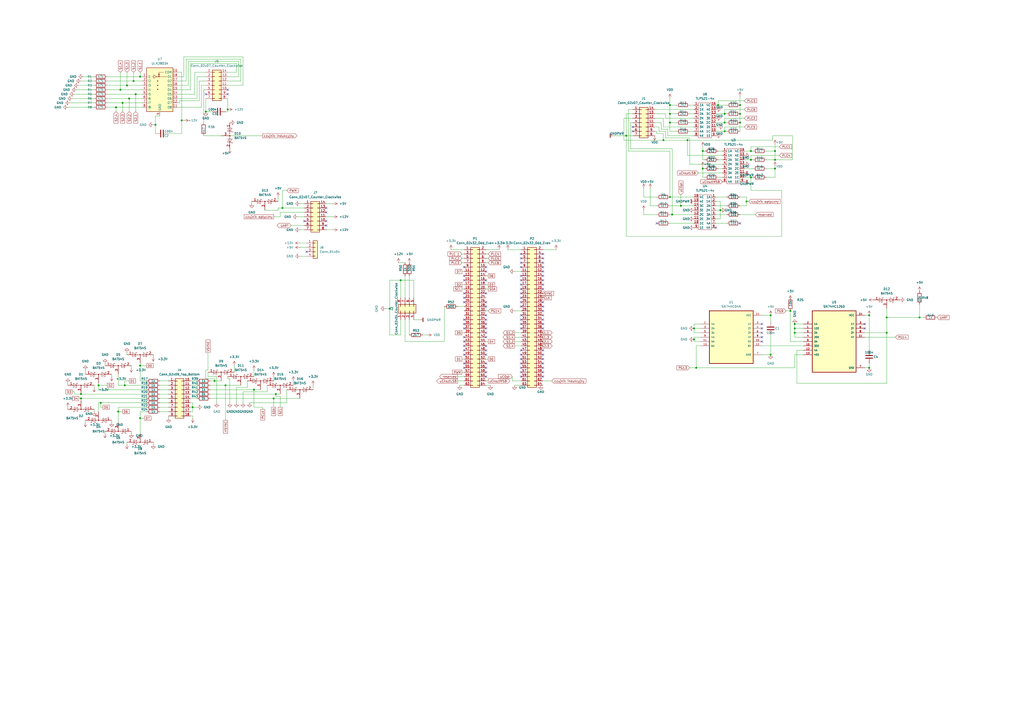
<source format=kicad_sch>
(kicad_sch (version 20211123) (generator eeschema)
  (paper "A2")
  (junction (at 394.97 119.38))
  (junction (at 163.83 120.65))
  (junction (at 158.75 231.14))
  (junction (at 57.15 223.52))
  (junction (at 435.61 92.71))
  (junction (at 447.04 205.74))
  (junction (at 105.41 69.85))
  (junction (at 403.86 213.36))
  (junction (at 130.81 223.52))
  (junction (at 147.32 226.06))
  (junction (at 435.61 87.63))
  (junction (at 68.58 238.76))
  (junction (at 402.59 190.5))
  (junction (at 435.61 102.87))
  (junction (at 111.76 236.22))
  (junction (at 420.37 66.04))
  (junction (at 416.56 60.96))
  (junction (at 388.62 66.04))
  (junction (at 232.41 162.56))
  (junction (at 461.01 190.5))
  (junction (at 71.12 59.69))
  (junction (at 226.06 179.07))
  (junction (at 504.19 213.36))
  (junction (at 77.47 46.99))
  (junction (at 69.85 52.07))
  (junction (at 533.4 184.15))
  (junction (at 417.83 121.92))
  (junction (at 78.74 54.61))
  (junction (at 160.02 228.6))
  (junction (at 429.26 66.04))
  (junction (at 81.28 212.09))
  (junction (at 514.35 193.04))
  (junction (at 124.46 220.98))
  (junction (at 90.17 72.39))
  (junction (at 132.08 63.5))
  (junction (at 46.99 228.6))
  (junction (at 389.89 124.46))
  (junction (at 449.58 92.71))
  (junction (at 429.26 71.12))
  (junction (at 407.67 97.79))
  (junction (at 72.39 223.52))
  (junction (at 363.22 78.74))
  (junction (at 458.47 180.34))
  (junction (at 73.66 49.53))
  (junction (at 398.78 81.28))
  (junction (at 81.28 242.57))
  (junction (at 388.62 60.96))
  (junction (at 447.04 182.88))
  (junction (at 388.62 71.12))
  (junction (at 81.28 44.45))
  (junction (at 420.37 76.2))
  (junction (at 461.01 187.96))
  (junction (at 388.62 114.3))
  (junction (at 67.31 62.23))
  (junction (at 407.67 87.63))
  (junction (at 74.93 57.15))
  (junction (at 514.35 184.15))
  (junction (at 402.59 196.85))
  (junction (at 433.07 116.84))
  (junction (at 58.42 233.68))
  (junction (at 119.38 64.77))
  (junction (at 420.37 71.12))
  (junction (at 46.99 231.14))
  (junction (at 449.58 97.79))
  (junction (at 461.01 193.04))
  (junction (at 429.26 60.96))
  (junction (at 449.58 87.63))
  (junction (at 384.81 81.28))
  (junction (at 504.19 182.88))
  (no_connect (at 314.96 165.1))
  (no_connect (at 269.24 172.72))
  (no_connect (at 314.96 162.56))
  (no_connect (at 314.96 180.34))
  (no_connect (at 302.26 149.86))
  (no_connect (at 269.24 203.2))
  (no_connect (at 281.94 193.04))
  (no_connect (at 281.94 205.74))
  (no_connect (at 302.26 147.32))
  (no_connect (at 302.26 167.64))
  (no_connect (at 132.08 52.07))
  (no_connect (at 281.94 218.44))
  (no_connect (at 415.29 132.08))
  (no_connect (at 314.96 185.42))
  (no_connect (at 281.94 213.36))
  (no_connect (at 302.26 172.72))
  (no_connect (at 314.96 203.2))
  (no_connect (at 314.96 152.4))
  (no_connect (at 269.24 205.74))
  (no_connect (at 189.23 128.27))
  (no_connect (at 269.24 185.42))
  (no_connect (at 281.94 215.9))
  (no_connect (at 381 129.54))
  (no_connect (at 269.24 210.82))
  (no_connect (at 269.24 195.58))
  (no_connect (at 281.94 210.82))
  (no_connect (at 314.96 160.02))
  (no_connect (at 302.26 182.88))
  (no_connect (at 281.94 190.5))
  (no_connect (at 302.26 170.18))
  (no_connect (at 189.23 123.19))
  (no_connect (at 281.94 154.94))
  (no_connect (at 314.96 210.82))
  (no_connect (at 441.96 193.04))
  (no_connect (at 314.96 218.44))
  (no_connect (at 281.94 177.8))
  (no_connect (at 302.26 160.02))
  (no_connect (at 269.24 162.56))
  (no_connect (at 281.94 157.48))
  (no_connect (at 314.96 154.94))
  (no_connect (at 281.94 175.26))
  (no_connect (at 281.94 185.42))
  (no_connect (at 269.24 213.36))
  (no_connect (at 441.96 187.96))
  (no_connect (at 302.26 213.36))
  (no_connect (at 269.24 187.96))
  (no_connect (at 269.24 154.94))
  (no_connect (at 501.65 190.5))
  (no_connect (at 314.96 187.96))
  (no_connect (at 302.26 218.44))
  (no_connect (at 302.26 210.82))
  (no_connect (at 314.96 149.86))
  (no_connect (at 302.26 203.2))
  (no_connect (at 314.96 182.88))
  (no_connect (at 314.96 167.64))
  (no_connect (at 314.96 175.26))
  (no_connect (at 281.94 200.66))
  (no_connect (at 302.26 187.96))
  (no_connect (at 302.26 177.8))
  (no_connect (at 189.23 120.65))
  (no_connect (at 441.96 198.12))
  (no_connect (at 132.08 54.61))
  (no_connect (at 501.65 187.96))
  (no_connect (at 281.94 170.18))
  (no_connect (at 269.24 200.66))
  (no_connect (at 314.96 190.5))
  (no_connect (at 441.96 195.58))
  (no_connect (at 302.26 205.74))
  (no_connect (at 314.96 157.48))
  (no_connect (at 441.96 190.5))
  (no_connect (at 302.26 215.9))
  (no_connect (at 281.94 162.56))
  (no_connect (at 302.26 152.4))
  (no_connect (at 281.94 203.2))
  (no_connect (at 281.94 195.58))
  (no_connect (at 281.94 182.88))
  (no_connect (at 269.24 170.18))
  (no_connect (at 314.96 147.32))
  (no_connect (at 302.26 154.94))
  (no_connect (at 302.26 165.1))
  (no_connect (at 302.26 162.56))
  (no_connect (at 314.96 208.28))
  (no_connect (at 269.24 190.5))
  (no_connect (at 314.96 215.9))
  (no_connect (at 269.24 175.26))
  (no_connect (at 367.03 76.2))
  (no_connect (at 177.8 146.05))
  (no_connect (at 269.24 160.02))
  (no_connect (at 189.23 130.81))
  (no_connect (at 314.96 205.74))
  (no_connect (at 314.96 213.36))
  (no_connect (at 367.03 73.66))
  (no_connect (at 302.26 208.28))
  (no_connect (at 429.26 129.54))
  (no_connect (at 281.94 187.96))
  (no_connect (at 314.96 177.8))
  (no_connect (at 302.26 175.26))
  (no_connect (at 302.26 185.42))
  (no_connect (at 302.26 190.5))
  (no_connect (at 269.24 198.12))
  (no_connect (at 119.38 54.61))
  (no_connect (at 176.53 128.27))
  (wire (pts (xy 76.2 250.19) (xy 76.2 251.46)))
  (wire (pts (xy 81.28 41.91) (xy 81.28 44.45)))
  (wire (pts (xy 68.58 238.76) (xy 68.58 245.11)))
  (wire (pts (xy 392.43 66.04) (xy 388.62 66.04)))
  (wire (pts (xy 420.37 73.66) (xy 420.37 76.2)))
  (wire (pts (xy 433.07 116.84) (xy 433.07 114.3)))
  (wire (pts (xy 416.56 92.71) (xy 419.1 92.71)))
  (wire (pts (xy 402.59 73.66) (xy 384.81 73.66)))
  (wire (pts (xy 458.47 198.12) (xy 458.47 180.34)))
  (wire (pts (xy 441.96 200.66) (xy 466.09 200.66)))
  (wire (pts (xy 265.43 220.98) (xy 269.24 220.98)))
  (wire (pts (xy 105.41 41.91) (xy 102.87 41.91)))
  (wire (pts (xy 387.35 74.93) (xy 387.35 78.74)))
  (wire (pts (xy 398.78 81.28) (xy 448.31 81.28)))
  (wire (pts (xy 102.87 62.23) (xy 116.84 62.23)))
  (wire (pts (xy 314.96 198.12) (xy 313.69 198.12)))
  (wire (pts (xy 106.68 44.45) (xy 106.68 33.02)))
  (wire (pts (xy 120.65 204.47) (xy 120.65 214.63)))
  (wire (pts (xy 417.83 116.84) (xy 417.83 121.92)))
  (wire (pts (xy 435.61 90.17) (xy 435.61 92.71)))
  (wire (pts (xy 110.49 36.83) (xy 110.49 52.07)))
  (wire (pts (xy 420.37 68.58) (xy 420.37 71.12)))
  (wire (pts (xy 453.39 137.16) (xy 363.22 137.16)))
  (wire (pts (xy 407.67 97.79) (xy 407.67 102.87)))
  (wire (pts (xy 449.58 87.63) (xy 449.58 83.82)))
  (wire (pts (xy 92.71 223.52) (xy 97.79 223.52)))
  (wire (pts (xy 415.29 76.2) (xy 420.37 76.2)))
  (wire (pts (xy 431.8 97.79) (xy 436.88 97.79)))
  (wire (pts (xy 81.28 210.82) (xy 81.28 212.09)))
  (wire (pts (xy 402.59 193.04) (xy 402.59 190.5)))
  (wire (pts (xy 111.76 236.22) (xy 114.3 236.22)))
  (wire (pts (xy 232.41 162.56) (xy 226.06 162.56)))
  (wire (pts (xy 119.38 57.15) (xy 119.38 64.77)))
  (wire (pts (xy 281.94 147.32) (xy 283.21 147.32)))
  (wire (pts (xy 402.59 68.58) (xy 386.08 68.58)))
  (wire (pts (xy 102.87 54.61) (xy 113.03 54.61)))
  (wire (pts (xy 73.66 49.53) (xy 82.55 49.53)))
  (wire (pts (xy 81.28 44.45) (xy 82.55 44.45)))
  (wire (pts (xy 135.89 212.09) (xy 135.89 215.9)))
  (wire (pts (xy 461.01 195.58) (xy 461.01 193.04)))
  (wire (pts (xy 46.99 231.14) (xy 85.09 231.14)))
  (wire (pts (xy 57.15 226.06) (xy 85.09 226.06)))
  (wire (pts (xy 388.62 129.54) (xy 402.59 129.54)))
  (wire (pts (xy 85.09 233.68) (xy 58.42 233.68)))
  (wire (pts (xy 110.49 223.52) (xy 114.3 223.52)))
  (wire (pts (xy 43.18 227.33) (xy 43.18 228.6)))
  (wire (pts (xy 403.86 213.36) (xy 403.86 200.66)))
  (wire (pts (xy 110.49 231.14) (xy 114.3 231.14)))
  (wire (pts (xy 444.5 87.63) (xy 449.58 87.63)))
  (wire (pts (xy 161.29 114.3) (xy 161.29 116.84)))
  (wire (pts (xy 406.4 198.12) (xy 402.59 198.12)))
  (wire (pts (xy 60.96 210.82) (xy 60.96 212.09)))
  (wire (pts (xy 281.94 223.52) (xy 284.48 223.52)))
  (wire (pts (xy 402.59 190.5) (xy 402.59 187.96)))
  (wire (pts (xy 261.62 144.78) (xy 269.24 144.78)))
  (wire (pts (xy 130.81 223.52) (xy 130.81 243.84)))
  (wire (pts (xy 43.18 54.61) (xy 54.61 54.61)))
  (wire (pts (xy 416.56 60.96) (xy 416.56 58.42)))
  (wire (pts (xy 109.22 35.56) (xy 138.43 35.56)))
  (wire (pts (xy 466.09 203.2) (xy 462.28 203.2)))
  (wire (pts (xy 57.15 233.68) (xy 57.15 238.76)))
  (wire (pts (xy 514.35 184.15) (xy 533.4 184.15)))
  (wire (pts (xy 73.66 41.91) (xy 73.66 49.53)))
  (wire (pts (xy 415.29 73.66) (xy 416.56 73.66)))
  (wire (pts (xy 110.49 226.06) (xy 114.3 226.06)))
  (wire (pts (xy 431.8 68.58) (xy 420.37 68.58)))
  (wire (pts (xy 234.95 198.12) (xy 257.81 198.12)))
  (wire (pts (xy 398.78 90.17) (xy 398.78 81.28)))
  (wire (pts (xy 173.99 148.59) (xy 177.8 148.59)))
  (wire (pts (xy 314.96 170.18) (xy 313.69 170.18)))
  (wire (pts (xy 92.71 228.6) (xy 97.79 228.6)))
  (wire (pts (xy 388.62 71.12) (xy 388.62 76.2)))
  (wire (pts (xy 226.06 162.56) (xy 226.06 179.07)))
  (wire (pts (xy 361.95 81.28) (xy 384.81 81.28)))
  (wire (pts (xy 49.53 214.63) (xy 49.53 217.17)))
  (wire (pts (xy 429.26 119.38) (xy 433.07 119.38)))
  (wire (pts (xy 120.65 215.9) (xy 120.65 218.44)))
  (wire (pts (xy 232.41 172.72) (xy 232.41 162.56)))
  (wire (pts (xy 462.28 203.2) (xy 462.28 222.25)))
  (wire (pts (xy 381 114.3) (xy 373.38 114.3)))
  (wire (pts (xy 121.92 231.14) (xy 158.75 231.14)))
  (wire (pts (xy 147.32 226.06) (xy 151.13 226.06)))
  (wire (pts (xy 138.43 44.45) (xy 132.08 44.45)))
  (wire (pts (xy 407.67 87.63) (xy 407.67 85.09)))
  (wire (pts (xy 68.58 217.17) (xy 68.58 223.52)))
  (wire (pts (xy 415.29 114.3) (xy 421.64 114.3)))
  (wire (pts (xy 281.94 198.12) (xy 283.21 198.12)))
  (wire (pts (xy 449.58 97.79) (xy 444.5 97.79)))
  (wire (pts (xy 449.58 92.71) (xy 449.58 87.63)))
  (wire (pts (xy 71.12 59.69) (xy 71.12 64.77)))
  (wire (pts (xy 402.59 195.58) (xy 406.4 195.58)))
  (wire (pts (xy 81.28 212.09) (xy 85.09 212.09)))
  (wire (pts (xy 408.94 97.79) (xy 407.67 97.79)))
  (wire (pts (xy 102.87 44.45) (xy 106.68 44.45)))
  (wire (pts (xy 267.97 193.04) (xy 269.24 193.04)))
  (wire (pts (xy 110.49 238.76) (xy 111.76 238.76)))
  (wire (pts (xy 298.45 193.04) (xy 302.26 193.04)))
  (wire (pts (xy 111.76 233.68) (xy 111.76 236.22)))
  (wire (pts (xy 226.06 179.07) (xy 223.52 179.07)))
  (wire (pts (xy 121.92 220.98) (xy 124.46 220.98)))
  (wire (pts (xy 69.85 41.91) (xy 69.85 52.07)))
  (wire (pts (xy 88.9 205.74) (xy 88.9 207.01)))
  (wire (pts (xy 267.97 149.86) (xy 269.24 149.86)))
  (wire (pts (xy 69.85 52.07) (xy 82.55 52.07)))
  (wire (pts (xy 266.7 223.52) (xy 269.24 223.52)))
  (wire (pts (xy 67.31 62.23) (xy 67.31 64.77)))
  (wire (pts (xy 110.49 233.68) (xy 111.76 233.68)))
  (wire (pts (xy 384.81 81.28) (xy 398.78 81.28)))
  (wire (pts (xy 533.4 184.15) (xy 535.94 184.15)))
  (wire (pts (xy 435.61 102.87) (xy 436.88 102.87)))
  (wire (pts (xy 102.87 52.07) (xy 110.49 52.07)))
  (wire (pts (xy 240.03 162.56) (xy 232.41 162.56)))
  (wire (pts (xy 121.92 226.06) (xy 147.32 226.06)))
  (wire (pts (xy 400.05 71.12) (xy 402.59 71.12)))
  (wire (pts (xy 459.74 78.74) (xy 459.74 92.71)))
  (wire (pts (xy 383.54 71.12) (xy 379.73 71.12)))
  (wire (pts (xy 73.66 256.54) (xy 73.66 257.81)))
  (wire (pts (xy 267.97 208.28) (xy 269.24 208.28)))
  (wire (pts (xy 402.59 198.12) (xy 402.59 196.85)))
  (wire (pts (xy 54.61 237.49) (xy 54.61 238.76)))
  (wire (pts (xy 162.56 236.22) (xy 162.56 229.87)))
  (wire (pts (xy 226.06 194.31) (xy 226.06 179.07)))
  (wire (pts (xy 416.56 87.63) (xy 419.1 87.63)))
  (wire (pts (xy 116.84 49.53) (xy 119.38 49.53)))
  (wire (pts (xy 140.97 49.53) (xy 132.08 49.53)))
  (wire (pts (xy 114.3 57.15) (xy 114.3 44.45)))
  (wire (pts (xy 415.29 71.12) (xy 420.37 71.12)))
  (wire (pts (xy 448.31 78.74) (xy 459.74 78.74)))
  (wire (pts (xy 281.94 208.28) (xy 283.21 208.28)))
  (wire (pts (xy 466.09 193.04) (xy 461.01 193.04)))
  (wire (pts (xy 88.9 72.39) (xy 90.17 72.39)))
  (wire (pts (xy 382.27 73.66) (xy 379.73 73.66)))
  (wire (pts (xy 133.35 219.71) (xy 132.08 219.71)))
  (wire (pts (xy 163.83 110.49) (xy 163.83 120.65)))
  (wire (pts (xy 41.91 57.15) (xy 54.61 57.15)))
  (wire (pts (xy 152.4 237.49) (xy 152.4 236.22)))
  (wire (pts (xy 386.08 68.58) (xy 386.08 66.04)))
  (wire (pts (xy 81.28 212.09) (xy 81.28 220.98)))
  (wire (pts (xy 62.23 59.69) (xy 71.12 59.69)))
  (wire (pts (xy 120.65 214.63) (xy 119.38 214.63)))
  (wire (pts (xy 466.09 187.96) (xy 461.01 187.96)))
  (wire (pts (xy 162.56 123.19) (xy 176.53 123.19)))
  (wire (pts (xy 57.15 223.52) (xy 62.23 223.52)))
  (wire (pts (xy 119.38 214.63) (xy 119.38 219.71)))
  (wire (pts (xy 386.08 76.2) (xy 382.27 76.2)))
  (wire (pts (xy 152.4 236.22) (xy 147.32 236.22)))
  (wire (pts (xy 92.71 67.31) (xy 90.17 67.31)))
  (wire (pts (xy 447.04 194.31) (xy 447.04 205.74)))
  (wire (pts (xy 114.3 44.45) (xy 119.38 44.45)))
  (wire (pts (xy 237.49 185.42) (xy 237.49 194.31)))
  (wire (pts (xy 435.61 110.49) (xy 453.39 110.49)))
  (wire (pts (xy 419.1 90.17) (xy 398.78 90.17)))
  (wire (pts (xy 78.74 54.61) (xy 78.74 64.77)))
  (wire (pts (xy 39.37 236.22) (xy 39.37 237.49)))
  (wire (pts (xy 116.84 62.23) (xy 116.84 49.53)))
  (wire (pts (xy 104.14 59.69) (xy 102.87 59.69)))
  (wire (pts (xy 162.56 125.73) (xy 162.56 123.19)))
  (wire (pts (xy 431.8 102.87) (xy 435.61 102.87)))
  (wire (pts (xy 388.62 66.04) (xy 388.62 60.96)))
  (wire (pts (xy 77.47 46.99) (xy 82.55 46.99)))
  (wire (pts (xy 392.43 71.12) (xy 388.62 71.12)))
  (wire (pts (xy 384.81 81.28) (xy 384.81 77.47)))
  (wire (pts (xy 435.61 102.87) (xy 435.61 110.49)))
  (wire (pts (xy 59.69 236.22) (xy 58.42 236.22)))
  (wire (pts (xy 298.45 195.58) (xy 302.26 195.58)))
  (wire (pts (xy 118.11 52.07) (xy 118.11 71.12)))
  (wire (pts (xy 389.89 124.46) (xy 402.59 124.46)))
  (wire (pts (xy 377.19 119.38) (xy 381 119.38)))
  (wire (pts (xy 461.01 190.5) (xy 466.09 190.5)))
  (wire (pts (xy 448.31 81.28) (xy 448.31 78.74)))
  (wire (pts (xy 429.26 55.88) (xy 429.26 60.96)))
  (wire (pts (xy 408.94 92.71) (xy 407.67 92.71)))
  (wire (pts (xy 514.35 193.04) (xy 514.35 222.25)))
  (wire (pts (xy 462.28 222.25) (xy 514.35 222.25)))
  (wire (pts (xy 119.38 219.71) (xy 124.46 219.71)))
  (wire (pts (xy 46.99 231.14) (xy 46.99 232.41)))
  (wire (pts (xy 237.49 160.02) (xy 237.49 172.72)))
  (wire (pts (xy 363.22 66.04) (xy 367.03 66.04)))
  (wire (pts (xy 408.94 102.87) (xy 407.67 102.87)))
  (wire (pts (xy 173.99 143.51) (xy 177.8 143.51)))
  (wire (pts (xy 111.76 241.3) (xy 111.76 242.57)))
  (wire (pts (xy 314.96 144.78) (xy 322.58 144.78)))
  (wire (pts (xy 168.91 130.81) (xy 176.53 130.81)))
  (wire (pts (xy 466.09 205.74) (xy 461.01 205.74)))
  (wire (pts (xy 365.76 86.36) (xy 365.76 71.12)))
  (wire (pts (xy 158.75 125.73) (xy 162.56 125.73)))
  (wire (pts (xy 431.8 87.63) (xy 435.61 87.63)))
  (wire (pts (xy 363.22 78.74) (xy 367.03 78.74)))
  (wire (pts (xy 132.08 41.91) (xy 137.16 41.91)))
  (wire (pts (xy 45.72 231.14) (xy 46.99 231.14)))
  (wire (pts (xy 72.39 223.52) (xy 85.09 223.52)))
  (wire (pts (xy 504.19 182.88) (xy 504.19 203.2)))
  (wire (pts (xy 92.71 238.76) (xy 97.79 238.76)))
  (wire (pts (xy 173.99 133.35) (xy 176.53 133.35)))
  (wire (pts (xy 363.22 78.74) (xy 363.22 66.04)))
  (wire (pts (xy 416.56 102.87) (xy 419.1 102.87)))
  (wire (pts (xy 121.92 228.6) (xy 160.02 228.6)))
  (wire (pts (xy 43.18 228.6) (xy 46.99 228.6)))
  (wire (pts (xy 68.58 223.52) (xy 72.39 223.52)))
  (wire (pts (xy 461.01 187.96) (xy 461.01 190.5)))
  (wire (pts (xy 387.35 78.74) (xy 402.59 78.74)))
  (wire (pts (xy 381 77.47) (xy 381 76.2)))
  (wire (pts (xy 105.41 69.85) (xy 105.41 41.91)))
  (wire (pts (xy 163.83 120.65) (xy 176.53 120.65)))
  (wire (pts (xy 44.45 52.07) (xy 54.61 52.07)))
  (wire (pts (xy 90.17 72.39) (xy 90.17 77.47)))
  (wire (pts (xy 232.41 185.42) (xy 232.41 194.31)))
  (wire (pts (xy 106.68 33.02) (xy 140.97 33.02)))
  (wire (pts (xy 281.94 180.34) (xy 283.21 180.34)))
  (wire (pts (xy 132.08 63.5) (xy 132.08 57.15)))
  (wire (pts (xy 281.94 165.1) (xy 283.21 165.1)))
  (wire (pts (xy 92.71 231.14) (xy 97.79 231.14)))
  (wire (pts (xy 110.49 220.98) (xy 114.3 220.98)))
  (wire (pts (xy 102.87 49.53) (xy 109.22 49.53)))
  (wire (pts (xy 373.38 114.3) (xy 373.38 109.22)))
  (wire (pts (xy 78.74 54.61) (xy 82.55 54.61)))
  (wire (pts (xy 389.89 86.36) (xy 365.76 86.36)))
  (wire (pts (xy 74.93 57.15) (xy 82.55 57.15)))
  (wire (pts (xy 139.7 46.99) (xy 139.7 34.29)))
  (wire (pts (xy 386.08 80.01) (xy 386.08 76.2)))
  (wire (pts (xy 173.99 140.97) (xy 177.8 140.97)))
  (wire (pts (xy 119.38 46.99) (xy 115.57 46.99)))
  (wire (pts (xy 415.29 129.54) (xy 421.64 129.54)))
  (wire (pts (xy 110.49 241.3) (xy 111.76 241.3)))
  (wire (pts (xy 68.58 236.22) (xy 68.58 238.76)))
  (wire (pts (xy 407.67 87.63) (xy 407.67 92.71)))
  (wire (pts (xy 234.95 185.42) (xy 234.95 198.12)))
  (wire (pts (xy 97.79 77.47) (xy 105.41 77.47)))
  (wire (pts (xy 158.75 218.44) (xy 158.75 220.98)))
  (wire (pts (xy 137.16 224.79) (xy 137.16 233.68)))
  (wire (pts (xy 97.79 241.3) (xy 97.79 242.57)))
  (wire (pts (xy 161.29 120.65) (xy 163.83 120.65)))
  (wire (pts (xy 62.23 49.53) (xy 73.66 49.53)))
  (wire (pts (xy 154.94 227.33) (xy 154.94 223.52)))
  (wire (pts (xy 85.09 236.22) (xy 68.58 236.22)))
  (wire (pts (xy 72.39 220.98) (xy 72.39 223.52)))
  (wire (pts (xy 388.62 124.46) (xy 389.89 124.46)))
  (wire (pts (xy 384.81 73.66) (xy 384.81 68.58)))
  (wire (pts (xy 132.08 64.77) (xy 132.08 63.5)))
  (wire (pts (xy 379.73 76.2) (xy 381 76.2)))
  (wire (pts (xy 402.59 190.5) (xy 406.4 190.5)))
  (wire (pts (xy 504.19 210.82) (xy 504.19 213.36)))
  (wire (pts (xy 281.94 152.4) (xy 283.21 152.4)))
  (wire (pts (xy 133.35 233.68) (xy 133.35 219.71)))
  (wire (pts (xy 420.37 76.2) (xy 421.64 76.2)))
  (wire (pts (xy 388.62 71.12) (xy 388.62 66.04)))
  (wire (pts (xy 161.29 121.92) (xy 161.29 120.65)))
  (wire (pts (xy 107.95 34.29) (xy 107.95 46.99)))
  (wire (pts (xy 137.16 41.91) (xy 137.16 36.83)))
  (wire (pts (xy 58.42 233.68) (xy 58.42 236.22)))
  (wire (pts (xy 514.35 184.15) (xy 514.35 193.04)))
  (wire (pts (xy 39.37 222.25) (xy 39.37 223.52)))
  (wire (pts (xy 158.75 231.14) (xy 158.75 236.22)))
  (wire (pts (xy 234.95 160.02) (xy 234.95 172.72)))
  (wire (pts (xy 62.23 52.07) (xy 69.85 52.07)))
  (wire (pts (xy 118.11 78.74) (xy 128.27 78.74)))
  (wire (pts (xy 120.65 218.44) (xy 125.73 218.44)))
  (wire (pts (xy 81.28 238.76) (xy 81.28 242.57)))
  (wire (pts (xy 429.26 124.46) (xy 438.15 124.46)))
  (wire (pts (xy 118.11 52.07) (xy 119.38 52.07)))
  (wire (pts (xy 160.02 228.6) (xy 162.56 228.6)))
  (wire (pts (xy 166.37 233.68) (xy 166.37 226.06)))
  (wire (pts (xy 57.15 222.25) (xy 57.15 223.52)))
  (wire (pts (xy 501.65 193.04) (xy 514.35 193.04)))
  (wire (pts (xy 364.49 87.63) (xy 364.49 63.5)))
  (wire (pts (xy 160.02 229.87) (xy 160.02 228.6)))
  (wire (pts (xy 435.61 87.63) (xy 436.88 87.63)))
  (wire (pts (xy 455.93 180.34) (xy 458.47 180.34)))
  (wire (pts (xy 133.35 78.74) (xy 152.4 78.74)))
  (wire (pts (xy 265.43 218.44) (xy 269.24 218.44)))
  (wire (pts (xy 107.95 46.99) (xy 102.87 46.99)))
  (wire (pts (xy 62.23 62.23) (xy 67.31 62.23)))
  (wire (pts (xy 433.07 116.84) (xy 434.34 116.84)))
  (wire (pts (xy 267.97 147.32) (xy 269.24 147.32)))
  (wire (pts (xy 388.62 114.3) (xy 388.62 87.63)))
  (wire (pts (xy 388.62 114.3) (xy 402.59 114.3)))
  (wire (pts (xy 140.97 33.02) (xy 140.97 49.53)))
  (wire (pts (xy 458.47 172.72) (xy 458.47 173.99)))
  (wire (pts (xy 68.58 238.76) (xy 71.12 238.76)))
  (wire (pts (xy 431.8 73.66) (xy 420.37 73.66)))
  (wire (pts (xy 297.18 220.98) (xy 302.26 220.98)))
  (wire (pts (xy 153.67 121.92) (xy 161.29 121.92)))
  (wire (pts (xy 388.62 60.96) (xy 388.62 57.15)))
  (wire (pts (xy 416.56 97.79) (xy 419.1 97.79)))
  (wire (pts (xy 109.22 49.53) (xy 109.22 35.56)))
  (wire (pts (xy 461.01 193.04) (xy 461.01 190.5)))
  (wire (pts (xy 298.45 223.52) (xy 302.26 223.52)))
  (wire (pts (xy 431.8 63.5) (xy 420.37 63.5)))
  (wire (pts (xy 377.19 109.22) (xy 377.19 119.38)))
  (wire (pts (xy 383.54 71.12) (xy 383.54 74.93)))
  (wire (pts (xy 405.13 100.33) (xy 419.1 100.33)))
  (wire (pts (xy 41.91 227.33) (xy 43.18 227.33)))
  (wire (pts (xy 119.38 64.77) (xy 123.19 64.77)))
  (wire (pts (xy 402.59 196.85) (xy 402.59 195.58)))
  (wire (pts (xy 533.4 176.53) (xy 533.4 184.15)))
  (wire (pts (xy 132.08 219.71) (xy 132.08 218.44)))
  (wire (pts (xy 388.62 119.38) (xy 394.97 119.38)))
  (wire (pts (xy 400.05 66.04) (xy 402.59 66.04)))
  (wire (pts (xy 452.12 85.09) (xy 435.61 85.09)))
  (wire (pts (xy 231.14 152.4) (xy 234.95 152.4)))
  (wire (pts (xy 294.64 144.78) (xy 302.26 144.78)))
  (wire (pts (xy 281.94 160.02) (xy 283.21 160.02)))
  (wire (pts (xy 170.18 220.98) (xy 170.18 223.52)))
  (wire (pts (xy 62.23 54.61) (xy 78.74 54.61)))
  (wire (pts (xy 453.39 110.49) (xy 453.39 137.16)))
  (wire (pts (xy 415.29 124.46) (xy 421.64 124.46)))
  (wire (pts (xy 124.46 219.71) (xy 124.46 220.98)))
  (wire (pts (xy 105.41 69.85) (xy 106.68 69.85)))
  (wire (pts (xy 92.71 220.98) (xy 97.79 220.98)))
  (wire (pts (xy 92.71 226.06) (xy 97.79 226.06)))
  (wire (pts (xy 265.43 177.8) (xy 269.24 177.8)))
  (wire (pts (xy 62.23 57.15) (xy 74.93 57.15)))
  (wire (pts (xy 267.97 167.64) (xy 269.24 167.64)))
  (wire (pts (xy 130.81 223.52) (xy 139.7 223.52)))
  (wire (pts (xy 81.28 242.57) (xy 81.28 251.46)))
  (wire (pts (xy 81.28 242.57) (xy 83.82 242.57)))
  (wire (pts (xy 415.29 121.92) (xy 417.83 121.92)))
  (wire (pts (xy 400.05 60.96) (xy 402.59 60.96)))
  (wire (pts (xy 158.75 231.14) (xy 173.99 231.14)))
  (wire (pts (xy 64.77 217.17) (xy 64.77 218.44)))
  (wire (pts (xy 281.94 220.98) (xy 283.21 220.98)))
  (wire (pts (xy 113.03 54.61) (xy 113.03 41.91)))
  (wire (pts (xy 121.92 223.52) (xy 130.81 223.52)))
  (wire (pts (xy 298.45 180.34) (xy 302.26 180.34)))
  (wire (pts (xy 267.97 157.48) (xy 269.24 157.48)))
  (wire (pts (xy 402.59 187.96) (xy 406.4 187.96)))
  (wire (pts (xy 415.29 116.84) (xy 417.83 116.84)))
  (wire (pts (xy 314.96 223.52) (xy 313.69 223.52)))
  (wire (pts (xy 298.45 200.66) (xy 302.26 200.66)))
  (wire (pts (xy 48.26 44.45) (xy 54.61 44.45)))
  (wire (pts (xy 172.72 125.73) (xy 176.53 125.73)))
  (wire (pts (xy 146.05 116.84) (xy 146.05 118.11)))
  (wire (pts (xy 137.16 36.83) (xy 110.49 36.83)))
  (wire (pts (xy 162.56 229.87) (xy 160.02 229.87)))
  (wire (pts (xy 147.32 236.22) (xy 147.32 226.06)))
  (wire (pts (xy 419.1 95.25) (xy 400.05 95.25)))
  (wire (pts (xy 73.66 204.47) (xy 73.66 205.74)))
  (wire (pts (xy 429.26 71.12) (xy 429.26 76.2)))
  (wire (pts (xy 429.26 66.04) (xy 429.26 71.12)))
  (wire (pts (xy 363.22 137.16) (xy 363.22 78.74)))
  (wire (pts (xy 417.83 127) (xy 417.83 121.92)))
  (wire (pts (xy 416.56 58.42) (xy 431.8 58.42)))
  (wire (pts (xy 383.54 74.93) (xy 387.35 74.93)))
  (wire (pts (xy 501.65 213.36) (xy 504.19 213.36)))
  (wire (pts (xy 466.09 195.58) (xy 461.01 195.58)))
  (wire (pts (xy 139.7 34.29) (xy 107.95 34.29)))
  (wire (pts (xy 365.76 71.12) (xy 367.03 71.12)))
  (wire (pts (xy 394.97 113.03) (xy 394.97 119.38)))
  (wire (pts (xy 57.15 223.52) (xy 57.15 226.06)))
  (wire (pts (xy 245.11 194.31) (xy 247.65 194.31)))
  (wire (pts (xy 452.12 90.17) (xy 435.61 90.17)))
  (wire (pts (xy 105.41 77.47) (xy 105.41 69.85)))
  (wire (pts (xy 406.4 193.04) (xy 402.59 193.04)))
  (wire (pts (xy 130.81 64.77) (xy 132.08 64.77)))
  (wire (pts (xy 132.08 46.99) (xy 139.7 46.99)))
  (wire (pts (xy 408.94 87.63) (xy 407.67 87.63)))
  (wire (pts (xy 143.51 220.98) (xy 143.51 224.79)))
  (wire (pts (xy 115.57 46.99) (xy 115.57 58.42)))
  (wire (pts (xy 314.96 193.04) (xy 313.69 193.04)))
  (wire (pts (xy 400.05 80.01) (xy 386.08 80.01)))
  (wire (pts (xy 367.03 68.58) (xy 361.95 68.58)))
  (wire (pts (xy 466.09 198.12) (xy 458.47 198.12)))
  (wire (pts (xy 77.47 41.91) (xy 77.47 46.99)))
  (wire (pts (xy 459.74 92.71) (xy 449.58 92.71)))
  (wire (pts (xy 81.28 220.98) (xy 85.09 220.98)))
  (wire (pts (xy 403.86 200.66) (xy 406.4 200.66)))
  (wire (pts (xy 111.76 236.22) (xy 110.49 236.22)))
  (wire (pts (xy 429.26 60.96) (xy 429.26 66.04)))
  (wire (pts (xy 297.18 218.44) (xy 297.18 220.98)))
  (wire (pts (xy 461.01 205.74) (xy 461.01 213.36)))
  (wire (pts (xy 189.23 133.35) (xy 193.04 133.35)))
  (wire (pts (xy 388.62 87.63) (xy 364.49 87.63)))
  (wire (pts (xy 379.73 63.5) (xy 402.59 63.5)))
  (wire (pts (xy 140.97 233.68) (xy 140.97 227.33)))
  (wire (pts (xy 124.46 220.98) (xy 128.27 220.98)))
  (wire (pts (xy 125.73 218.44) (xy 125.73 233.68)))
  (wire (pts (xy 281.94 167.64) (xy 283.21 167.64)))
  (wire (pts (xy 435.61 92.71) (xy 436.88 92.71)))
  (wire (pts (xy 435.61 85.09) (xy 435.61 87.63)))
  (wire (pts (xy 420.37 63.5) (xy 420.37 66.04)))
  (wire (pts (xy 514.35 184.15) (xy 514.35 179.07)))
  (wire (pts (xy 379.73 68.58) (xy 384.81 68.58)))
  (wire (pts (xy 431.8 92.71) (xy 435.61 92.71)))
  (wire (pts (xy 281.94 144.78) (xy 289.56 144.78)))
  (wire (pts (xy 415.29 66.04) (xy 420.37 66.04)))
  (wire (pts (xy 110.49 228.6) (xy 114.3 228.6)))
  (wire (pts (xy 314.96 200.66) (xy 313.69 200.66)))
  (wire (pts (xy 85.09 238.76) (xy 81.28 238.76)))
  (wire (pts (xy 361.95 68.58) (xy 361.95 81.28)))
  (wire (pts (xy 441.96 182.88) (xy 447.04 182.88)))
  (wire (pts (xy 444.5 92.71) (xy 449.58 92.71)))
  (wire (pts (xy 138.43 35.56) (xy 138.43 44.45)))
  (wire (pts (xy 416.56 60.96) (xy 421.64 60.96)))
  (wire (pts (xy 379.73 66.04) (xy 386.08 66.04)))
  (wire (pts (xy 392.43 60.96) (xy 388.62 60.96)))
  (wire (pts (xy 257.81 177.8) (xy 257.81 198.12)))
  (wire (pts (xy 90.17 67.31) (xy 90.17 72.39)))
  (wire (pts (xy 267.97 215.9) (xy 269.24 215.9)))
  (wire (pts (xy 394.97 119.38) (xy 402.59 119.38)))
  (wire (pts (xy 74.93 220.98) (xy 72.39 220.98)))
  (wire (pts (xy 46.99 228.6) (xy 85.09 228.6)))
  (wire (pts (xy 373.38 121.92) (xy 373.38 124.46)))
  (wire (pts (xy 384.81 77.47) (xy 381 77.47)))
  (wire (pts (xy 420.37 71.12) (xy 421.64 71.12)))
  (wire (pts (xy 60.96 250.19) (xy 60.96 251.46)))
  (wire (pts (xy 415.29 127) (xy 417.83 127)))
  (wire (pts (xy 74.93 57.15) (xy 74.93 64.77)))
  (wire (pts (xy 181.61 223.52) (xy 181.61 226.06)))
  (wire (pts (xy 403.86 213.36) (xy 461.01 213.36)))
  (wire (pts (xy 447.04 182.88) (xy 447.04 186.69)))
  (wire (pts (xy 49.53 243.84) (xy 49.53 245.11)))
  (wire (pts (xy 298.45 157.48) (xy 302.26 157.48)))
  (wire (pts (xy 420.37 66.04) (xy 421.64 66.04)))
  (wire (pts (xy 314.96 195.58) (xy 313.69 195.58)))
  (wire (pts (xy 444.5 102.87) (xy 449.58 102.87)))
  (wire (pts (xy 400.05 213.36) (xy 403.86 213.36)))
  (wire (pts (xy 381 124.46) (xy 373.38 124.46)))
  (wire (pts (xy 355.6 78.74) (xy 363.22 78.74)))
  (wire (pts (xy 415.29 119.38) (xy 421.64 119.38)))
  (wire (pts (xy 400.05 76.2) (xy 402.59 76.2)))
  (wire (pts (xy 314.96 172.72) (xy 313.69 172.72)))
  (wire (pts (xy 364.49 63.5) (xy 367.03 63.5)))
  (wire (pts (xy 45.72 49.53) (xy 54.61 49.53)))
  (wire (pts (xy 111.76 238.76) (xy 111.76 236.22)))
  (wire (pts (xy 267.97 152.4) (xy 269.24 152.4)))
  (wire (pts (xy 113.03 41.91) (xy 119.38 41.91)))
  (wire (pts (xy 240.03 172.72) (xy 240.03 162.56)))
  (wire (pts (xy 166.37 110.49) (xy 163.83 110.49)))
  (wire (pts (xy 449.58 102.87) (xy 449.58 97.79)))
  (wire (pts (xy 298.45 198.12) (xy 302.26 198.12)))
  (wire (pts (xy 389.89 124.46) (xy 389.89 86.36)))
  (wire (pts (xy 415.29 60.96) (xy 416.56 60.96)))
  (wire (pts (xy 392.43 76.2) (xy 388.62 76.2)))
  (wire (pts (xy 143.51 224.79) (xy 137.16 224.79)))
  (wire (pts (xy 92.71 236.22) (xy 97.79 236.22)))
  (wire (pts (xy 400.05 95.25) (xy 400.05 80.01)))
  (wire (pts (xy 76.2 212.09) (xy 76.2 213.36)))
  (wire (pts (xy 189.23 118.11) (xy 193.04 118.11)))
  (wire (pts (xy 140.97 227.33) (xy 154.94 227.33)))
  (wire (pts (xy 173.99 118.11) (xy 176.53 118.11)))
  (wire (pts (xy 441.96 205.74) (xy 447.04 205.74)))
  (wire (pts (xy 314.96 220.98) (xy 320.04 220.98)))
  (wire (pts (xy 46.99 46.99) (xy 54.61 46.99)))
  (wire (pts (xy 71.12 59.69) (xy 82.55 59.69)))
  (wire (pts (xy 115.57 58.42) (xy 104.14 58.42)))
  (wire (pts (xy 40.64 59.69) (xy 54.61 59.69)))
  (wire (pts (xy 147.32 214.63) (xy 147.32 218.44)))
  (wire (pts (xy 433.07 119.38) (xy 433.07 116.84)))
  (wire (pts (xy 407.67 97.79) (xy 407.67 96.52)))
  (wire (pts (xy 58.42 233.68) (xy 57.15 233.68)))
  (wire (pts (xy 102.87 57.15) (xy 114.3 57.15)))
  (wire (pts (xy 144.78 233.68) (xy 166.37 233.68)))
  (wire (pts (xy 64.77 243.84) (xy 64.77 245.11)))
  (wire (pts (xy 62.23 46.99) (xy 77.47 46.99)))
  (wire (pts (xy 433.07 114.3) (xy 429.26 114.3)))
  (wire (pts (xy 62.23 44.45) (xy 81.28 44.45)))
  (wire (pts (xy 232.41 194.31) (xy 226.06 194.31)))
  (wire (pts (xy 382.27 76.2) (xy 382.27 73.66)))
  (wire (pts (xy 54.61 223.52) (xy 54.61 224.79)))
  (wire (pts (xy 92.71 233.68) (xy 97.79 233.68)))
  (wire (pts (xy 67.31 62.23) (xy 82.55 62.23)))
  (wire (pts (xy 104.14 58.42) (xy 104.14 59.69)))
  (wire (pts (xy 240.03 185.42) (xy 243.84 185.42)))
  (wire (pts (xy 39.37 62.23) (xy 54.61 62.23)))
  (wire (pts (xy 88.9 256.54) (xy 88.9 257.81)))
  (wire (pts (xy 501.65 195.58) (xy 519.43 195.58)))
  (wire (pts (xy 449.58 96.52) (xy 449.58 97.79)))
  (wire (pts (xy 267.97 165.1) (xy 269.24 165.1)))
  (wire (pts (xy 501.65 182.88) (xy 504.19 182.88)))
  (wire (pts (xy 189.23 125.73) (xy 193.04 125.73)))
  (wire (pts (xy 281.94 149.86) (xy 283.21 149.86)))
  (global_label "D5" (shape passive) (at 267.97 193.04 180) (property "Intersheet References" "${INTERSHEET_REFS}" (effects hide)))
  (global_label "UART" (shape bidirectional) (at 168.91 130.81 180) (property "Intersheet References" "${INTERSHEET_REFS}" (effects hide)))
  (global_label "S2.4" (shape output) (at 298.45 200.66 180) (property "Intersheet References" "${INTERSHEET_REFS}" (effects hide)))
  (global_label "PG13" (shape input) (at 400.05 213.36 180) (property "Intersheet References" "${INTERSHEET_REFS}" (effects hide)))
  (global_label "PLC6" (shape input) (at 431.8 63.5 0) (property "Intersheet References" "${INTERSHEET_REFS}" (effects hide)))
  (global_label "D6" (shape passive) (at 71.12 238.76 0) (property "Intersheet References" "${INTERSHEET_REFS}" (effects hide)))
  (global_label "PLC4" (shape input) (at 452.12 90.17 0) (property "Intersheet References" "${INTERSHEET_REFS}" (effects hide)))
  (global_label "PLC5" (shape input) (at 283.21 149.86 0) (property "Intersheet References" "${INTERSHEET_REFS}" (effects hide)))
  (global_label "D2" (shape passive) (at 267.97 165.1 180) (property "Intersheet References" "${INTERSHEET_REFS}" (effects hide)))
  (global_label "UART" (shape input) (at 543.56 184.15 0) (property "Intersheet References" "${INTERSHEET_REFS}" (effects hide)))
  (global_label "D4" (shape passive) (at 45.72 231.14 180) (property "Intersheet References" "${INTERSHEET_REFS}" (effects hide)))
  (global_label "S1.1" (shape input) (at 81.28 41.91 90) (property "Intersheet References" "${INTERSHEET_REFS}" (effects hide)))
  (global_label "D4" (shape passive) (at 283.21 198.12 0) (property "Intersheet References" "${INTERSHEET_REFS}" (effects hide)))
  (global_label "D0" (shape passive) (at 283.21 208.28 0) (property "Intersheet References" "${INTERSHEET_REFS}" (effects hide)))
  (global_label "PLC3" (shape input) (at 267.97 152.4 180) (property "Intersheet References" "${INTERSHEET_REFS}" (effects hide)))
  (global_label "reserved" (shape input) (at 438.15 124.46 0) (property "Intersheet References" "${INTERSHEET_REFS}" (effects hide)))
  (global_label "PLC2" (shape input) (at 431.8 68.58 0) (property "Intersheet References" "${INTERSHEET_REFS}" (effects hide)))
  (global_label "VSYNC" (shape passive) (at 120.65 204.47 90) (property "Intersheet References" "${INTERSHEET_REFS}" (effects hide)))
  (global_label "PWM" (shape passive) (at 267.97 215.9 180) (property "Intersheet References" "${INTERSHEET_REFS}" (effects hide)))
  (global_label "PLC4" (shape input) (at 283.21 147.32 0) (property "Intersheet References" "${INTERSHEET_REFS}" (effects hide)))
  (global_label "SCL" (shape passive) (at 162.56 236.22 270) (property "Intersheet References" "${INTERSHEET_REFS}" (effects hide)))
  (global_label "S2.4" (shape input) (at 67.31 64.77 270) (property "Intersheet References" "${INTERSHEET_REFS}" (effects hide)))
  (global_label "czujnik optyczny" (shape passive) (at 158.75 125.73 180) (property "Intersheet References" "${INTERSHEET_REFS}" (effects hide)))
  (global_label "PG14" (shape input) (at 283.21 180.34 0) (property "Intersheet References" "${INTERSHEET_REFS}" (effects hide)))
  (global_label "D7" (shape passive) (at 267.97 157.48 180) (property "Intersheet References" "${INTERSHEET_REFS}" (effects hide)))
  (global_label "uCksztLSB" (shape output) (at 265.43 220.98 180) (property "Intersheet References" "${INTERSHEET_REFS}" (effects hide)))
  (global_label "S2.1" (shape output) (at 313.69 198.12 0) (property "Intersheet References" "${INTERSHEET_REFS}" (effects hide)))
  (global_label "D6" (shape passive) (at 283.21 160.02 0) (property "Intersheet References" "${INTERSHEET_REFS}" (effects hide)))
  (global_label "S1.3" (shape input) (at 73.66 41.91 90) (property "Intersheet References" "${INTERSHEET_REFS}" (effects hide)))
  (global_label "S2.1" (shape input) (at 78.74 64.77 270) (property "Intersheet References" "${INTERSHEET_REFS}" (effects hide)))
  (global_label "czujnik indukcyjny" (shape output) (at 152.4 78.74 0) (property "Intersheet References" "${INTERSHEET_REFS}" (effects hide)))
  (global_label "D0" (shape passive) (at 85.09 212.09 0) (property "Intersheet References" "${INTERSHEET_REFS}" (effects hide)))
  (global_label "PLC2" (shape input) (at 267.97 149.86 180) (property "Intersheet References" "${INTERSHEET_REFS}" (effects hide)))
  (global_label "S2.3" (shape output) (at 313.69 200.66 0) (property "Intersheet References" "${INTERSHEET_REFS}" (effects hide)))
  (global_label "HSYNC" (shape passive) (at 313.69 170.18 0) (property "Intersheet References" "${INTERSHEET_REFS}" (effects hide)))
  (global_label "PCLK" (shape passive) (at 152.4 237.49 270) (property "Intersheet References" "${INTERSHEET_REFS}" (effects hide)))
  (global_label "PG14" (shape input) (at 519.43 195.58 0) (property "Intersheet References" "${INTERSHEET_REFS}" (effects hide)))
  (global_label "D1" (shape passive) (at 267.97 208.28 180) (property "Intersheet References" "${INTERSHEET_REFS}" (effects hide)))
  (global_label "PWM" (shape input) (at 166.37 110.49 0) (property "Intersheet References" "${INTERSHEET_REFS}" (effects hide)))
  (global_label "SCL" (shape passive) (at 267.97 167.64 180) (property "Intersheet References" "${INTERSHEET_REFS}" (effects hide)))
  (global_label "S1.1" (shape output) (at 313.69 193.04 0) (property "Intersheet References" "${INTERSHEET_REFS}" (effects hide)))
  (global_label "S1.4" (shape input) (at 69.85 41.91 90) (property "Intersheet References" "${INTERSHEET_REFS}" (effects hide)))
  (global_label "PLC3" (shape input) (at 431.8 58.42 0) (property "Intersheet References" "${INTERSHEET_REFS}" (effects hide)))
  (global_label "uCOpt" (shape input) (at 297.18 218.44 180) (property "Intersheet References" "${INTERSHEET_REFS}" (effects hide)))
  (global_label "SDA" (shape passive) (at 158.75 236.22 270) (property "Intersheet References" "${INTERSHEET_REFS}" (effects hide)))
  (global_label "PCLK" (shape passive) (at 313.69 172.72 0) (property "Intersheet References" "${INTERSHEET_REFS}" (effects hide)))
  (global_label "D2" (shape passive) (at 62.23 223.52 0) (property "Intersheet References" "${INTERSHEET_REFS}" (effects hide)))
  (global_label "D3" (shape passive) (at 41.91 227.33 180) (property "Intersheet References" "${INTERSHEET_REFS}" (effects hide)))
  (global_label "reserved" (shape output) (at 265.43 218.44 180) (property "Intersheet References" "${INTERSHEET_REFS}" (effects hide)))
  (global_label "uCksztMSB" (shape output) (at 283.21 220.98 0) (property "Intersheet References" "${INTERSHEET_REFS}" (effects hide)))
  (global_label "S1.3" (shape output) (at 313.69 195.58 0) (property "Intersheet References" "${INTERSHEET_REFS}" (effects hide)))
  (global_label "PLC1" (shape input) (at 452.12 85.09 0) (property "Intersheet References" "${INTERSHEET_REFS}" (effects hide)))
  (global_label "uCksztLSB" (shape input) (at 405.13 100.33 180) (property "Intersheet References" "${INTERSHEET_REFS}" (effects hide)))
  (global_label "PLC 1" (shape input) (at 267.97 147.32 180) (property "Intersheet References" "${INTERSHEET_REFS}" (effects hide)))
  (global_label "PG9" (shape input) (at 455.93 180.34 180) (property "Intersheet References" "${INTERSHEET_REFS}" (effects hide)))
  (global_label "D5" (shape passive) (at 59.69 236.22 0) (property "Intersheet References" "${INTERSHEET_REFS}" (effects hide)))
  (global_label "S2.2" (shape output) (at 298.45 198.12 180) (property "Intersheet References" "${INTERSHEET_REFS}" (effects hide)))
  (global_label "SDA" (shape passive) (at 283.21 167.64 0) (property "Intersheet References" "${INTERSHEET_REFS}" (effects hide)))
  (global_label "S1.2" (shape input) (at 77.47 41.91 90) (property "Intersheet References" "${INTERSHEET_REFS}" (effects hide)))
  (global_label "czujnik optyczny" (shape input) (at 434.34 116.84 0) (property "Intersheet References" "${INTERSHEET_REFS}" (effects hide)))
  (global_label "S2.3" (shape input) (at 71.12 64.77 270) (property "Intersheet References" "${INTERSHEET_REFS}" (effects hide)))
  (global_label "D1" (shape passive) (at 74.93 220.98 0) (property "Intersheet References" "${INTERSHEET_REFS}" (effects hide)))
  (global_label "uCOpt" (shape input) (at 394.97 113.03 90) (property "Intersheet References" "${INTERSHEET_REFS}" (effects hide)))
  (global_label "S1.2" (shape output) (at 298.45 193.04 180) (property "Intersheet References" "${INTERSHEET_REFS}" (effects hide)))
  (global_label "HSYNC" (shape passive) (at 130.81 243.84 270) (property "Intersheet References" "${INTERSHEET_REFS}" (effects hide)))
  (global_label "PLC6" (shape input) (at 283.21 152.4 0) (property "Intersheet References" "${INTERSHEET_REFS}" (effects hide)))
  (global_label "D3" (shape passive) (at 283.21 165.1 0) (property "Intersheet References" "${INTERSHEET_REFS}" (effects hide)))
  (global_label "czujnik indukcyjny" (shape input) (at 320.04 220.98 0) (property "Intersheet References" "${INTERSHEET_REFS}" (effects hide)))
  (global_label "S1.4" (shape output) (at 298.45 195.58 180) (property "Intersheet References" "${INTERSHEET_REFS}" (effects hide)))
  (global_label "uCksztMSB" (shape input) (at 419.1 105.41 180) (property "Intersheet References" "${INTERSHEET_REFS}" (effects hide)))
  (global_label "PLC5" (shape input) (at 431.8 73.66 0) (property "Intersheet References" "${INTERSHEET_REFS}" (effects hide)))
  (global_label "S2.2" (shape input) (at 74.93 64.77 270) (property "Intersheet References" "${INTERSHEET_REFS}" (effects hide)))
  (global_label "D7" (shape passive) (at 83.82 242.57 0) (property "Intersheet References" "${INTERSHEET_REFS}" (effects hide)))
  (symbol (lib_id "Diode:BAT54S") (at 46.99 223.52 0) (unit 1)
    (property "Reference" "D1" (at 46.99 217.17 0))
    (property "Value" "BAT54S" (at 46.99 219.71 0))
    (property "Footprint" "Package_TO_SOT_SMD:SOT-23" (effects hide))
    (property "Datasheet" "https://www.diodes.com/assets/Datasheets/ds11005.pdf" (effects hide))
  )
  (symbol (lib_id "power:+5V") (at 506.73 173.99 90) (unit 1)
    (property "Reference" "#PWR0177" (effects hide))
    (property "Value" "+5V" (at 502.92 173.9899 90) (effects (justify left)))
  )
  (symbol (lib_id "Device:R") (at 412.75 87.63 90) (unit 1)
    (property "Reference" "R26" (at 412.75 86.36 90))
    (property "Value" "2k2" (at 412.75 87.63 90))
    (property "Footprint" "Resistor_SMD:R_0805_2012Metric" (effects hide))
  )
  (symbol (lib_id "Device:R") (at 458.47 176.53 0) (unit 1)
    (property "Reference" "R25" (at 462.28 173.99 0) (effects (justify left)))
    (property "Value" "10k" (at 458.47 177.8 90) (effects (justify left)))
    (property "Footprint" "Resistor_SMD:R_0805_2012Metric" (effects hide))
  )
  (symbol (lib_id "power:GND") (at 45.72 49.53 270) (unit 1)
    (property "Reference" "#PWR0148" (effects hide))
    (property "Value" "GND" (at 41.91 49.5299 90) (effects (justify right)))
  )
  (symbol (lib_id "power:+5V") (at 173.99 143.51 90) (unit 1)
    (property "Reference" "#PWR0155" (effects hide))
    (property "Value" "+5V" (at 170.18 143.5099 90) (effects (justify left)))
  )
  (symbol (lib_id "Device:R") (at 412.75 97.79 90) (unit 1)
    (property "Reference" "R28" (at 412.75 96.52 90))
    (property "Value" "2k2" (at 412.75 97.79 90))
    (property "Footprint" "Resistor_SMD:R_0805_2012Metric" (effects hide))
  )
  (symbol (lib_id "power:GND") (at 97.79 242.57 0) (unit 1)
    (property "Reference" "#PWR0105" (effects hide))
    (property "Value" "GND" (at 97.79 247.65 0))
  )
  (symbol (lib_id "power:GND") (at 48.26 44.45 270) (unit 1)
    (property "Reference" "#PWR0151" (effects hide))
    (property "Value" "GND" (at 44.45 44.4499 90) (effects (justify right)))
  )
  (symbol (lib_id "Device:R") (at 58.42 46.99 270) (unit 1)
    (property "Reference" "R2" (at 52.07 46.99 90))
    (property "Value" "47k" (at 58.42 46.99 90))
    (property "Footprint" "Resistor_SMD:R_0805_2012Metric" (effects hide))
  )
  (symbol (lib_id "power:+3.3V") (at 147.32 214.63 0) (unit 1)
    (property "Reference" "#PWR0157" (effects hide))
    (property "Value" "+3.3V" (at 147.32 209.55 0))
  )
  (symbol (lib_id "Diode:BAT54S") (at 514.35 173.99 0) (unit 1)
    (property "Reference" "D12" (at 514.35 167.64 0))
    (property "Value" "BAT54S" (at 514.35 170.18 0))
    (property "Footprint" "Package_TO_SOT_SMD:SOT-23" (effects hide))
    (property "Datasheet" "https://www.diodes.com/assets/Datasheets/ds11005.pdf" (effects hide))
  )
  (symbol (lib_id "power:+5V") (at 377.19 109.22 0) (unit 1)
    (property "Reference" "#PWR0181" (effects hide))
    (property "Value" "+5V" (at 377.19 105.41 0))
  )
  (symbol (lib_id "power:GND") (at 417.83 121.92 90) (unit 1)
    (property "Reference" "#PWR0189" (effects hide))
    (property "Value" "GND" (at 420.37 121.92 90) (effects (justify right)))
  )
  (symbol (lib_id "Device:C") (at 127 64.77 90) (unit 1)
    (property "Reference" "C3" (at 124.46 66.04 90))
    (property "Value" "100n" (at 123.19 63.5 90))
    (property "Footprint" "Capacitor_SMD:C_0805_2012Metric" (effects hide))
  )
  (symbol (lib_id "Device:R") (at 58.42 44.45 270) (unit 1)
    (property "Reference" "R1" (at 52.07 44.45 90))
    (property "Value" "47k" (at 58.42 44.45 90))
    (property "Footprint" "Resistor_SMD:R_0805_2012Metric" (effects hide))
  )
  (symbol (lib_id "Device:R") (at 88.9 236.22 90) (unit 1)
    (property "Reference" "R23" (at 83.82 234.95 90))
    (property "Value" "1k" (at 88.9 236.22 90))
    (property "Footprint" "Resistor_SMD:R_0805_2012Metric" (effects hide))
  )
  (symbol (lib_id "Device:R") (at 118.11 231.14 90) (unit 1)
    (property "Reference" "R43" (at 113.03 229.87 90))
    (property "Value" "0k" (at 118.11 231.14 90))
    (property "Footprint" "Resistor_SMD:R_0805_2012Metric" (effects hide))
  )
  (symbol (lib_id "power:GND") (at 447.04 205.74 0) (unit 1)
    (property "Reference" "#PWR0195" (effects hide))
    (property "Value" "GND" (at 447.04 210.82 0))
  )
  (symbol (lib_id "power:GND") (at 521.97 173.99 90) (unit 1)
    (property "Reference" "#PWR0178" (effects hide))
    (property "Value" "GND" (at 525.78 173.9899 90) (effects (justify right)))
  )
  (symbol (lib_id "power:VDD") (at 379.73 78.74 180) (unit 1)
    (property "Reference" "#PWR0118" (effects hide))
    (property "Value" "VDD" (at 379.73 82.55 0))
  )
  (symbol (lib_id "Device:R") (at 533.4 172.72 0) (unit 1)
    (property "Reference" "R48" (at 534.67 172.72 0) (effects (justify left)))
    (property "Value" "10k" (at 533.4 175.26 90) (effects (justify left)))
    (property "Footprint" "Resistor_SMD:R_0805_2012Metric" (effects hide))
  )
  (symbol (lib_id "power:+5V") (at 193.04 118.11 270) (unit 1)
    (property "Reference" "#PWR0166" (effects hide))
    (property "Value" "+5V" (at 196.85 118.1099 90) (effects (justify left)))
  )
  (symbol (lib_id "Diode:BAT54S") (at 68.58 212.09 0) (unit 1)
    (property "Reference" "D5" (at 68.58 205.74 0))
    (property "Value" "BAT54S" (at 68.58 208.28 0))
    (property "Footprint" "Package_TO_SOT_SMD:SOT-23" (effects hide))
    (property "Datasheet" "https://www.diodes.com/assets/Datasheets/ds11005.pdf" (effects hide))
  )
  (symbol (lib_id "Device:R") (at 118.11 74.93 0) (unit 1)
    (property "Reference" "R38" (at 120.65 73.6599 0) (effects (justify left)))
    (property "Value" "4k7" (at 118.11 77.47 90) (effects (justify left)))
    (property "Footprint" "Resistor_SMD:R_0805_2012Metric" (effects hide))
  )
  (symbol (lib_id "Device:R") (at 440.69 87.63 90) (unit 1)
    (property "Reference" "R44" (at 440.69 86.36 90))
    (property "Value" "4k7" (at 440.69 87.63 90))
    (property "Footprint" "Resistor_SMD:R_0805_2012Metric" (effects hide))
  )
  (symbol (lib_id "power:+5V") (at 161.29 114.3 0) (unit 1)
    (property "Reference" "#PWR0137" (effects hide))
    (property "Value" "+5V" (at 161.29 109.22 0))
  )
  (symbol (lib_id "power:GND") (at 46.99 46.99 270) (unit 1)
    (property "Reference" "#PWR0150" (effects hide))
    (property "Value" "GND" (at 43.18 46.9899 90) (effects (justify right)))
  )
  (symbol (lib_id "power:+5V") (at 133.35 86.36 180) (unit 1)
    (property "Reference" "#PWR0140" (effects hide))
    (property "Value" "+5V" (at 130.81 88.9 0))
  )
  (symbol (lib_id "power:GND") (at 266.7 223.52 0) (unit 1)
    (property "Reference" "#PWR0124" (effects hide))
    (property "Value" "GND" (at 266.7 228.6 0))
  )
  (symbol (lib_id "Device:R") (at 440.69 97.79 90) (unit 1)
    (property "Reference" "R46" (at 440.69 96.52 90))
    (property "Value" "4k7" (at 440.69 97.79 90))
    (property "Footprint" "Resistor_SMD:R_0805_2012Metric" (effects hide))
  )
  (symbol (lib_id "Device:R") (at 384.81 124.46 90) (unit 1)
    (property "Reference" "R11" (at 384.81 123.19 90))
    (property "Value" "4k7" (at 384.81 124.46 90))
    (property "Footprint" "Resistor_SMD:R_0805_2012Metric" (effects hide))
  )
  (symbol (lib_id "Device:R") (at 396.24 71.12 90) (unit 1)
    (property "Reference" "R15" (at 396.24 69.85 90))
    (property "Value" "470" (at 396.24 71.12 90))
    (property "Footprint" "Resistor_SMD:R_0805_2012Metric" (effects hide))
  )
  (symbol (lib_id "Device:R") (at 58.42 52.07 270) (unit 1)
    (property "Reference" "R4" (at 52.07 52.07 90))
    (property "Value" "47k" (at 58.42 52.07 90))
    (property "Footprint" "Resistor_SMD:R_0805_2012Metric" (effects hide))
  )
  (symbol (lib_id "power:+3.3V") (at 135.89 212.09 0) (unit 1)
    (property "Reference" "#PWR0152" (effects hide))
    (property "Value" "+3.3V" (at 135.89 207.01 0))
  )
  (symbol (lib_id "power:GND") (at 402.59 190.5 270) (unit 1)
    (property "Reference" "#PWR0193" (effects hide))
    (property "Value" "GND" (at 398.78 190.4999 90) (effects (justify right)))
  )
  (symbol (lib_id "power:GND") (at 125.73 233.68 0) (unit 1)
    (property "Reference" "#PWR0125" (effects hide))
    (property "Value" "GND" (at 125.73 238.76 0))
  )
  (symbol (lib_id "power:GND") (at 402.59 196.85 270) (unit 1)
    (property "Reference" "#PWR0194" (effects hide))
    (property "Value" "GND" (at 398.78 196.8499 90) (effects (justify right)))
  )
  (symbol (lib_id "power:GND") (at 415.29 68.58 90) (unit 1)
    (property "Reference" "#PWR0108" (effects hide))
    (property "Value" "GND" (at 415.29 67.31 90) (effects (justify right)))
  )
  (symbol (lib_id "Device:C") (at 447.04 190.5 0) (unit 1)
    (property "Reference" "C1" (at 449.58 190.5 0) (effects (justify left)))
    (property "Value" "100n" (at 444.5 193.04 0) (effects (justify left)))
    (property "Footprint" "Capacitor_SMD:C_0805_2012Metric" (effects hide))
  )
  (symbol (lib_id "power:GND") (at 298.45 223.52 0) (unit 1)
    (property "Reference" "#PWR0121" (effects hide))
    (property "Value" "GND" (at 300.99 224.7899 0) (effects (justify left)))
  )
  (symbol (lib_id "power:+12V") (at 193.04 133.35 270) (unit 1)
    (property "Reference" "#PWR0168" (effects hide))
    (property "Value" "+12V" (at 196.85 133.3499 90) (effects (justify left)))
  )
  (symbol (lib_id "Device:R") (at 440.69 102.87 90) (unit 1)
    (property "Reference" "R47" (at 440.69 101.6 90))
    (property "Value" "4k7" (at 440.69 102.87 90))
    (property "Footprint" "Resistor_SMD:R_0805_2012Metric" (effects hide))
  )
  (symbol (lib_id "power:+5V") (at 504.19 182.88 0) (unit 1)
    (property "Reference" "#PWR0179" (effects hide))
    (property "Value" "+5V" (at 504.19 177.8 0))
  )
  (symbol (lib_id "power:GND") (at 88.9 257.81 0) (unit 1)
    (property "Reference" "#PWR0107" (effects hide))
    (property "Value" "GND" (at 91.44 259.0799 0) (effects (justify left)))
  )
  (symbol (lib_id "power:GND") (at 313.69 223.52 0) (unit 1)
    (property "Reference" "#PWR0122" (effects hide))
    (property "Value" "GND" (at 313.69 227.33 0))
  )
  (symbol (lib_id "Connector_Generic:Conn_02x04_Counter_Clockwise") (at 234.95 180.34 90) (unit 1)
    (property "Reference" "J2" (at 227.33 179.07 0))
    (property "Value" "Conn_02x04_Counter_Clockwise" (at 229.87 179.07 0))
    (property "Footprint" "Connector_PinSocket_2.54mm:PinSocket_2x04_P2.54mm_Vertical" (effects hide))
  )
  (symbol (lib_id "power:+3.3V") (at 64.77 218.44 180) (unit 1)
    (property "Reference" "#PWR0111" (effects hide))
    (property "Value" "+3.3V" (at 67.31 219.7099 0) (effects (justify right)))
  )
  (symbol (lib_id "Device:R") (at 118.11 220.98 90) (unit 1)
    (property "Reference" "R39" (at 113.03 219.71 90))
    (property "Value" "1k" (at 118.11 220.98 90))
    (property "Footprint" "Resistor_SMD:R_0805_2012Metric" (effects hide))
  )
  (symbol (lib_id "power:GND") (at 402.59 132.08 270) (unit 1)
    (property "Reference" "#PWR0191" (effects hide))
    (property "Value" "GND" (at 400.05 132.08 90) (effects (justify right)))
  )
  (symbol (lib_id "power:+3.3V") (at 88.9 207.01 180) (unit 1)
    (property "Reference" "#PWR0123" (effects hide))
    (property "Value" "+3.3V" (at 91.44 208.2799 0) (effects (justify right)))
  )
  (symbol (lib_id "Device:R") (at 88.9 231.14 90) (unit 1)
    (property "Reference" "R21" (at 83.82 229.87 90))
    (property "Value" "1k" (at 88.9 231.14 90))
    (property "Footprint" "Resistor_SMD:R_0805_2012Metric" (effects hide))
  )
  (symbol (lib_id "power:GND") (at 223.52 179.07 270) (unit 1)
    (property "Reference" "#PWR01" (effects hide))
    (property "Value" "GND" (at 218.44 179.07 0))
  )
  (symbol (lib_id "transoptor:TLP521-4x") (at 434.34 121.92 0) (unit 1)
    (property "Reference" "U3" (at 425.45 81.28 0))
    (property "Value" "TLP521-4x" (at 425.45 83.82 0))
    (property "Footprint" "Package_DIP:DIP-16_W7.62mm" (effects hide))
  )
  (symbol (lib_id "power:+5V") (at 447.04 182.88 0) (unit 1)
    (property "Reference" "#PWR0170" (effects hide))
    (property "Value" "+5V" (at 447.04 177.8 0))
  )
  (symbol (lib_id "power:+12V") (at 106.68 69.85 270) (unit 1)
    (property "Reference" "#PWR0139" (effects hide))
    (property "Value" "+12V" (at 109.22 69.85 90) (effects (justify left)))
  )
  (symbol (lib_id "power:GND") (at 114.3 236.22 90) (unit 1)
    (property "Reference" "#PWR0126" (effects hide))
    (property "Value" "GND" (at 118.11 236.2199 90) (effects (justify right)))
  )
  (symbol (lib_id "Device:R") (at 118.11 226.06 90) (unit 1)
    (property "Reference" "R41" (at 113.03 224.79 90))
    (property "Value" "1k" (at 118.11 226.06 90))
    (property "Footprint" "Resistor_SMD:R_0805_2012Metric" (effects hide))
  )
  (symbol (lib_id "power:+12V") (at 132.08 63.5 270) (unit 1)
    (property "Reference" "#PWR0143" (effects hide))
    (property "Value" "+12V" (at 135.89 63.4999 90) (effects (justify left)))
  )
  (symbol (lib_id "power:GND") (at 402.59 127 270) (unit 1)
    (property "Reference" "#PWR0190" (effects hide))
    (property "Value" "GND" (at 400.05 127 90) (effects (justify right)))
  )
  (symbol (lib_id "Diode:BAT54S") (at 81.28 205.74 0) (unit 1)
    (property "Reference" "D7" (at 81.28 199.39 0))
    (property "Value" "BAT54S" (at 81.28 201.93 0))
    (property "Footprint" "Package_TO_SOT_SMD:SOT-23" (effects hide))
    (property "Datasheet" "https://www.diodes.com/assets/Datasheets/ds11005.pdf" (effects hide))
  )
  (symbol (lib_id "power:+12V") (at 173.99 140.97 90) (unit 1)
    (property "Reference" "#PWR0154" (effects hide))
    (property "Value" "+12V" (at 170.18 140.9699 90) (effects (justify left)))
  )
  (symbol (lib_id "Device:R") (at 440.69 92.71 90) (unit 1)
    (property "Reference" "R45" (at 440.69 91.44 90))
    (property "Value" "4k7" (at 440.69 92.71 90))
    (property "Footprint" "Resistor_SMD:R_0805_2012Metric" (effects hide))
  )
  (symbol (lib_id "power:GND") (at 140.97 233.68 0) (unit 1)
    (property "Reference" "#PWR0159" (effects hide))
    (property "Value" "GND" (at 140.97 238.76 0))
  )
  (symbol (lib_id "power:GNDPWR") (at 243.84 185.42 90) (unit 1)
    (property "Reference" "#PWR04" (effects hide))
    (property "Value" "GNDPWR" (at 247.65 185.5469 90) (effects (justify right)))
  )
  (symbol (lib_id "power:GND") (at 146.05 118.11 0) (unit 1)
    (property "Reference" "#PWR0136" (effects hide))
    (property "Value" "GND" (at 146.05 123.19 0))
  )
  (symbol (lib_id "power:GND") (at 431.8 95.25 90) (unit 1)
    (property "Reference" "#PWR0188" (effects hide))
    (property "Value" "GND" (at 430.53 96.52 90) (effects (justify right)))
  )
  (symbol (lib_id "Device:R") (at 58.42 57.15 270) (unit 1)
    (property "Reference" "R6" (at 52.07 57.15 90))
    (property "Value" "47k" (at 58.42 57.15 90))
    (property "Footprint" "Resistor_SMD:R_0805_2012Metric" (effects hide))
  )
  (symbol (lib_id "power:GND") (at 88.9 72.39 270) (unit 1)
    (property "Reference" "#PWR0138" (effects hide))
    (property "Value" "GND" (at 85.09 72.3899 90) (effects (justify right)))
  )
  (symbol (lib_id "power:+3.3V") (at 170.18 220.98 0) (unit 1)
    (property "Reference" "#PWR0158" (effects hide))
    (property "Value" "+3.3V" (at 170.18 215.9 0))
  )
  (symbol (lib_id "power:GND") (at 461.01 187.96 180) (unit 1)
    (property "Reference" "#PWR0172" (effects hide))
    (property "Value" "GND" (at 461.01 184.15 90) (effects (justify right)))
  )
  (symbol (lib_id "Connector_Generic:Conn_02x32_Odd_Even") (at 274.32 182.88 0) (unit 1)
    (property "Reference" "P1" (at 275.59 138.43 0))
    (property "Value" "Conn_02x32_Odd_Even" (at 275.59 140.97 0))
    (property "Footprint" "Connector_PinSocket_2.54mm:PinSocket_2x32_P2.54mm_Vertical" (effects hide))
  )
  (symbol (lib_id "power:GND") (at 76.2 251.46 0) (unit 1)
    (property "Reference" "#PWR0130" (effects hide))
    (property "Value" "GND" (at 78.74 252.7299 0) (effects (justify left)))
  )
  (symbol (lib_id "Device:R") (at 88.9 228.6 90) (unit 1)
    (property "Reference" "R20" (at 83.82 227.33 90))
    (property "Value" "1k" (at 88.9 228.6 90))
    (property "Footprint" "Resistor_SMD:R_0805_2012Metric" (effects hide))
  )
  (symbol (lib_id "Device:R") (at 88.9 238.76 90) (unit 1)
    (property "Reference" "R24" (at 83.82 237.49 90))
    (property "Value" "1k" (at 88.9 238.76 90))
    (property "Footprint" "Resistor_SMD:R_0805_2012Metric" (effects hide))
  )
  (symbol (lib_id "Device:R") (at 88.9 226.06 90) (unit 1)
    (property "Reference" "R19" (at 83.82 224.79 90))
    (property "Value" "1k" (at 88.9 226.06 90))
    (property "Footprint" "Resistor_SMD:R_0805_2012Metric" (effects hide))
  )
  (symbol (lib_id "power:GNDPWR") (at 355.6 78.74 270) (unit 1)
    (property "Reference" "#PWR0117" (effects hide))
    (property "Value" "GNDPWR" (at 361.95 77.47 90) (effects (justify right)))
  )
  (symbol (lib_id "Connector_Generic:Conn_01x04") (at 182.88 143.51 0) (unit 1)
    (property "Reference" "J6" (at 185.42 143.5099 0) (effects (justify left)))
    (property "Value" "Conn_01x04" (at 185.42 146.0499 0) (effects (justify left)))
    (property "Footprint" "Connector_Molex:Molex_Micro-Latch_53253-0470_1x04_P2.00mm_Vertical" (effects hide))
  )
  (symbol (lib_id "Device:R") (at 425.45 124.46 90) (unit 1)
    (property "Reference" "R36" (at 425.45 123.19 90))
    (property "Value" "1k0" (at 425.45 124.46 90))
    (property "Footprint" "Resistor_SMD:R_0805_2012Metric" (effects hide))
  )
  (symbol (lib_id "Diode:BAT54S") (at 57.15 243.84 180) (unit 1)
    (property "Reference" "D4" (at 57.15 247.65 0))
    (property "Value" "BAT54S" (at 57.15 250.19 0))
    (property "Footprint" "Package_TO_SOT_SMD:SOT-23" (effects hide))
    (property "Datasheet" "https://www.diodes.com/assets/Datasheets/ds11005.pdf" (effects hide))
  )
  (symbol (lib_id "power:GND") (at 133.35 233.68 0) (unit 1)
    (property "Reference" "#PWR0160" (effects hide))
    (property "Value" "GND" (at 133.35 238.76 0))
  )
  (symbol (lib_id "power:GND") (at 173.99 133.35 270) (unit 1)
    (property "Reference" "#PWR0165" (effects hide))
    (property "Value" "GND" (at 170.18 133.3499 90) (effects (justify right)))
  )
  (symbol (lib_id "power:GND") (at 415.29 63.5 90) (unit 1)
    (property "Reference" "#PWR0109" (effects hide))
    (property "Value" "GND" (at 415.29 62.23 90) (effects (justify right)))
  )
  (symbol (lib_id "Device:R") (at 118.11 228.6 90) (unit 1)
    (property "Reference" "R42" (at 113.03 227.33 90))
    (property "Value" "0k" (at 118.11 228.6 90))
    (property "Footprint" "Resistor_SMD:R_0805_2012Metric" (effects hide))
  )
  (symbol (lib_id "Device:R") (at 425.45 60.96 270) (unit 1)
    (property "Reference" "R30" (at 425.45 59.69 90))
    (property "Value" "4k7" (at 425.45 60.96 90))
    (property "Footprint" "Resistor_SMD:R_0805_2012Metric" (effects hide))
  )
  (symbol (lib_id "power:VDD") (at 388.62 57.15 0) (unit 1)
    (property "Reference" "#PWR0116" (effects hide))
    (property "Value" "VDD" (at 388.62 52.07 0))
  )
  (symbol (lib_id "power:GNDPWR") (at 431.8 100.33 90) (unit 1)
    (property "Reference" "#PWR0184" (effects hide))
    (property "Value" "GNDPWR" (at 429.26 101.6 90) (effects (justify right)))
  )
  (symbol (lib_id "power:+3.3V") (at 294.64 144.78 0) (unit 1)
    (property "Reference" "#PWR0198" (effects hide))
    (property "Value" "+3.3V" (at 294.64 140.97 0))
  )
  (symbol (lib_id "power:VDD") (at 247.65 194.31 270) (unit 1)
    (property "Reference" "#PWR05" (effects hide))
    (property "Value" "VDD" (at 251.46 194.3099 90) (effects (justify left)))
  )
  (symbol (lib_id "power:VDD") (at 449.58 96.52 0) (unit 1)
    (property "Reference" "#PWR0174" (effects hide))
    (property "Value" "VDD" (at 452.12 96.52 0))
  )
  (symbol (lib_id "power:+3.3V") (at 60.96 251.46 180) (unit 1)
    (property "Reference" "#PWR0133" (effects hide))
    (property "Value" "+3.3V" (at 63.5 252.7299 0) (effects (justify right)))
  )
  (symbol (lib_id "power:+5V") (at 429.26 55.88 0) (unit 1)
    (property "Reference" "#PWR0106" (effects hide))
    (property "Value" "+5V" (at 429.26 52.07 0))
  )
  (symbol (lib_id "Device:R") (at 58.42 54.61 270) (unit 1)
    (property "Reference" "R5" (at 52.07 54.61 90))
    (property "Value" "47k" (at 58.42 54.61 90))
    (property "Footprint" "Resistor_SMD:R_0805_2012Metric" (effects hide))
  )
  (symbol (lib_id "Diode:BAT54S") (at 57.15 217.17 0) (unit 1)
    (property "Reference" "D3" (at 57.15 210.82 0))
    (property "Value" "BAT54S" (at 57.15 213.36 0))
    (property "Footprint" "Package_TO_SOT_SMD:SOT-23" (effects hide))
    (property "Datasheet" "https://www.diodes.com/assets/Datasheets/ds11005.pdf" (effects hide))
  )
  (symbol (lib_id "SN74HC04N:SN74HC04N") (at 424.18 195.58 0) (unit 1)
    (property "Reference" "U1" (at 424.18 175.26 0))
    (property "Value" "SN74HC04N" (at 424.18 177.8 0))
    (property "Footprint" "Package_DIP:DIP-14_W7.62mm" (effects hide))
  )
  (symbol (lib_id "Device:R") (at 412.75 102.87 90) (unit 1)
    (property "Reference" "R29" (at 412.75 101.6 90))
    (property "Value" "2k2" (at 412.75 102.87 90))
    (property "Footprint" "Resistor_SMD:R_0805_2012Metric" (effects hide))
  )
  (symbol (lib_id "power:+3.3V") (at 73.66 257.81 180) (unit 1)
    (property "Reference" "#PWR0131" (effects hide))
    (property "Value" "+3.3V" (at 76.2 259.0799 0) (effects (justify right)))
  )
  (symbol (lib_id "power:GND") (at 137.16 233.68 0) (unit 1)
    (property "Reference" "#PWR0161" (effects hide))
    (property "Value" "GND" (at 137.16 238.76 0))
  )
  (symbol (lib_id "power:GND") (at 39.37 222.25 180) (unit 1)
    (property "Reference" "#PWR0112" (effects hide))
    (property "Value" "GND" (at 39.37 217.17 0))
  )
  (symbol (lib_id "Diode:BAT54S") (at 133.35 78.74 270) (unit 1)
    (property "Reference" "D10" (at 135.89 77.4699 90) (effects (justify left)))
    (property "Value" "BAT54S" (at 135.89 80.0099 90) (effects (justify left)))
    (property "Footprint" "Package_TO_SOT_SMD:SOT-23" (effects hide))
    (property "Datasheet" "https://www.diodes.com/assets/Datasheets/ds11005.pdf" (effects hide))
  )
  (symbol (lib_id "power:+3.3V") (at 39.37 236.22 0) (unit 1)
    (property "Reference" "#PWR0115" (effects hide))
    (property "Value" "+3.3V" (at 39.37 231.14 0))
  )
  (symbol (lib_id "power:+12V") (at 231.14 152.4 0) (unit 1)
    (property "Reference" "#PWR02" (effects hide))
    (property "Value" "+12V" (at 231.14 147.32 0))
  )
  (symbol (lib_id "Device:R") (at 118.11 223.52 90) (unit 1)
    (property "Reference" "R40" (at 113.03 222.25 90))
    (property "Value" "1k" (at 118.11 223.52 90))
    (property "Footprint" "Resistor_SMD:R_0805_2012Metric" (effects hide))
  )
  (symbol (lib_id "Device:R") (at 58.42 62.23 270) (unit 1)
    (property "Reference" "R8" (at 52.07 62.23 90))
    (property "Value" "47k" (at 58.42 62.23 90))
    (property "Footprint" "Resistor_SMD:R_0805_2012Metric" (effects hide))
  )
  (symbol (lib_id "Connector_Generic:Conn_02x32_Odd_Even") (at 307.34 182.88 0) (unit 1)
    (property "Reference" "P2" (at 308.61 138.43 0))
    (property "Value" "Conn_02x32_Odd_Even" (at 308.61 140.97 0))
    (property "Footprint" "Connector_PinSocket_2.54mm:PinSocket_2x32_P2.54mm_Vertical" (effects hide))
  )
  (symbol (lib_id "Device:C") (at 504.19 207.01 180) (unit 1)
    (property "Reference" "C4" (at 506.73 207.01 0) (effects (justify right)))
    (property "Value" "100n" (at 501.65 204.47 0) (effects (justify right)))
    (property "Footprint" "Capacitor_SMD:C_0805_2012Metric" (effects hide))
  )
  (symbol (lib_id "Device:R") (at 58.42 49.53 270) (unit 1)
    (property "Reference" "R3" (at 52.07 49.53 90))
    (property "Value" "47k" (at 58.42 49.53 90))
    (property "Footprint" "Resistor_SMD:R_0805_2012Metric" (effects hide))
  )
  (symbol (lib_id "power:+3.3V") (at 261.62 144.78 0) (unit 1)
    (property "Reference" "#PWR0197" (effects hide))
    (property "Value" "+3.3V" (at 261.62 139.7 0))
  )
  (symbol (lib_id "power:VDD") (at 373.38 109.22 0) (unit 1)
    (property "Reference" "#PWR0182" (effects hide))
    (property "Value" "VDD" (at 373.38 105.41 0))
  )
  (symbol (lib_id "Connector_Generic:Conn_02x07_Counter_Clockwise") (at 372.11 71.12 0) (unit 1)
    (property "Reference" "J1" (at 373.38 57.15 0))
    (property "Value" "Conn_02x07_Counter_Clockwise" (at 373.38 59.69 0))
    (property "Footprint" "Connector_Molex:Molex_Micro-Fit_3.0_43045-1412_2x07_P3.00mm_Vertical" (effects hide))
  )
  (symbol (lib_id "Device:R") (at 425.45 119.38 90) (unit 1)
    (property "Reference" "R35" (at 425.45 118.11 90))
    (property "Value" "1k0" (at 425.45 119.38 90))
    (property "Footprint" "Resistor_SMD:R_0805_2012Metric" (effects hide))
  )
  (symbol (lib_id "power:+5V") (at 407.67 96.52 0) (unit 1)
    (property "Reference" "#PWR0186" (effects hide))
    (property "Value" "+5V" (at 410.21 95.25 0))
  )
  (symbol (lib_id "power:GND") (at 172.72 125.73 270) (unit 1)
    (property "Reference" "#PWR0164" (effects hide))
    (property "Value" "GND" (at 168.91 125.7299 90) (effects (justify right)))
  )
  (symbol (lib_name "TLP521-4x_1") (lib_id "transoptor:TLP521-4x") (at 400.05 148.59 0) (mirror y) (unit 1)
    (property "Reference" "U4" (at 408.94 107.95 0))
    (property "Value" "TLP521-4x" (at 408.94 110.49 0))
    (property "Footprint" "Package_DIP:DIP-16_W7.62mm" (effects hide))
  )
  (symbol (lib_id "Device:R") (at 425.45 129.54 90) (unit 1)
    (property "Reference" "R37" (at 425.45 128.27 90))
    (property "Value" "1k0" (at 425.45 129.54 90))
    (property "Footprint" "Resistor_SMD:R_0805_2012Metric" (effects hide))
  )
  (symbol (lib_id "Device:R") (at 396.24 60.96 90) (unit 1)
    (property "Reference" "R13" (at 396.24 59.69 90))
    (property "Value" "2k2" (at 396.24 60.96 90))
    (property "Footprint" "Resistor_SMD:R_0805_2012Metric" (effects hide))
  )
  (symbol (lib_id "power:GND") (at 298.45 157.48 270) (unit 1)
    (property "Reference" "#PWR0135" (effects hide))
    (property "Value" "GND" (at 295.91 154.94 90) (effects (justify right)))
  )
  (symbol (lib_id "Device:R") (at 425.45 76.2 90) (unit 1)
    (property "Reference" "R33" (at 425.45 74.93 90))
    (property "Value" "4k7" (at 425.45 76.2 90))
    (property "Footprint" "Resistor_SMD:R_0805_2012Metric" (effects hide))
  )
  (symbol (lib_id "power:+5V") (at 533.4 168.91 0) (unit 1)
    (property "Reference" "#PWR0176" (effects hide))
    (property "Value" "+5V" (at 533.4 163.83 0))
  )
  (symbol (lib_id "Diode:BAT54S") (at 151.13 220.98 0) (unit 1)
    (property "Reference" "D14" (at 151.13 214.63 0))
    (property "Value" "BAT54S" (at 151.13 217.17 0))
    (property "Footprint" "Package_TO_SOT_SMD:SOT-23" (effects hide))
    (property "Datasheet" "https://www.diodes.com/assets/Datasheets/ds11005.pdf" (effects hide))
  )
  (symbol (lib_id "Diode:BAT54S") (at 153.67 116.84 0) (unit 1)
    (property "Reference" "D13" (at 153.67 110.49 0))
    (property "Value" "BAT54S" (at 153.67 113.03 0))
    (property "Footprint" "Package_TO_SOT_SMD:SOT-23" (effects hide))
    (property "Datasheet" "https://www.diodes.com/assets/Datasheets/ds11005.pdf" (effects hide))
  )
  (symbol (lib_id "power:GNDPWR") (at 431.8 105.41 90) (unit 1)
    (property "Reference" "#PWR0185" (effects hide))
    (property "Value" "GNDPWR" (at 429.26 106.68 90) (effects (justify right)))
  )
  (symbol (lib_id "Device:R") (at 88.9 233.68 90) (unit 1)
    (property "Reference" "R22" (at 83.82 232.41 90))
    (property "Value" "1k" (at 88.9 233.68 90))
    (property "Footprint" "Resistor_SMD:R_0805_2012Metric" (effects hide))
  )
  (symbol (lib_id "Device:R") (at 234.95 156.21 0) (unit 1)
    (property "Reference" "R50" (at 232.41 157.48 90) (effects (justify left)))
    (property "Value" "1k" (at 234.95 157.48 90) (effects (justify left)))
    (property "Footprint" "Resistor_SMD:R_0805_2012Metric" (effects hide))
  )
  (symbol (lib_id "Diode:BAT54S") (at 139.7 218.44 0) (unit 1)
    (property "Reference" "D11" (at 139.7 212.09 0))
    (property "Value" "BAT54S" (at 139.7 214.63 0))
    (property "Footprint" "Package_TO_SOT_SMD:SOT-23" (effects hide))
    (property "Datasheet" "https://www.diodes.com/assets/Datasheets/ds11005.pdf" (effects hide))
  )
  (symbol (lib_id "power:+5V") (at 449.58 83.82 0) (unit 1)
    (property "Reference" "#PWR0173" (effects hide))
    (property "Value" "+5V" (at 452.12 82.55 0))
  )
  (symbol (lib_id "power:+3.3V") (at 111.76 242.57 180) (unit 1)
    (property "Reference" "#PWR0104" (effects hide))
    (property "Value" "+3.3V" (at 111.76 247.65 0))
  )
  (symbol (lib_id "power:GND") (at 415.29 78.74 90) (unit 1)
    (property "Reference" "#PWR0102" (effects hide))
    (property "Value" "GND" (at 415.29 77.47 90) (effects (justify right)))
  )
  (symbol (lib_id "power:+3.3V") (at 54.61 224.79 180) (unit 1)
    (property "Reference" "#PWR0110" (effects hide))
    (property "Value" "+3.3V" (at 57.15 226.0599 0) (effects (justify right)))
  )
  (symbol (lib_id "power:VDD") (at 373.38 121.92 0) (unit 1)
    (property "Reference" "#PWR0183" (effects hide))
    (property "Value" "VDD" (at 373.38 116.84 0))
  )
  (symbol (lib_id "power:GND") (at 144.78 233.68 0) (unit 1)
    (property "Reference" "#PWR0162" (effects hide))
    (property "Value" "GND" (at 144.78 238.76 0))
  )
  (symbol (lib_id "transoptor:TLP521-4x") (at 417.83 95.25 0) (unit 1)
    (property "Reference" "U6" (at 408.94 54.61 0))
    (property "Value" "TLP521-4x" (at 408.94 57.15 0))
    (property "Footprint" "Package_DIP:DIP-16_W7.62mm" (effects hide))
  )
  (symbol (lib_id "Device:R") (at 58.42 59.69 270) (unit 1)
    (property "Reference" "R7" (at 52.07 59.69 90))
    (property "Value" "47k" (at 58.42 59.69 90))
    (property "Footprint" "Resistor_SMD:R_0805_2012Metric" (effects hide))
  )
  (symbol (lib_id "Diode:BAT54S") (at 46.99 237.49 180) (unit 1)
    (property "Reference" "D2" (at 46.99 241.3 0))
    (property "Value" "BAT54S" (at 41.91 242.57 0))
    (property "Footprint" "Package_TO_SOT_SMD:SOT-23" (effects hide))
    (property "Datasheet" "https://www.diodes.com/assets/Datasheets/ds11005.pdf" (effects hide))
  )
  (symbol (lib_id "power:GND") (at 173.99 148.59 270) (unit 1)
    (property "Reference" "#PWR0156" (effects hide))
    (property "Value" "GND" (at 170.18 148.5899 90) (effects (justify right)))
  )
  (symbol (lib_id "Diode:BAT54S") (at 128.27 215.9 0) (unit 1)
    (property "Reference" "D9" (at 128.27 209.55 0))
    (property "Value" "BAT54S" (at 128.27 212.09 0))
    (property "Footprint" "Package_TO_SOT_SMD:SOT-23" (effects hide))
    (property "Datasheet" "https://www.diodes.com/assets/Datasheets/ds11005.pdf" (effects hide))
  )
  (symbol (lib_id "Transistor_Array:ULN2803A") (at 92.71 49.53 0) (unit 1)
    (property "Reference" "U7" (at 92.71 34.29 0))
    (property "Value" "ULN2803A" (at 92.71 36.83 0))
    (property "Footprint" "Package_DIP:DIP-18_W7.62mm" (effects hide))
    (property "Datasheet" "http://www.ti.com/lit/ds/symlink/uln2803a.pdf" (effects hide))
  )
  (symbol (lib_id "power:GNDPWR") (at 402.59 116.84 270) (unit 1)
    (property "Reference" "#PWR0180" (effects hide))
    (property "Value" "GNDPWR" (at 400.05 116.84 90) (effects (justify right)))
  )
  (symbol (lib_id "power:GND") (at 54.61 238.76 0) (unit 1)
    (property "Reference" "#PWR0114" (effects hide))
    (property "Value" "GND" (at 49.53 240.03 0) (effects (justify left)))
  )
  (symbol (lib_id "Device:R") (at 237.49 156.21 0) (unit 1)
    (property "Reference" "R51" (at 240.03 157.48 90) (effects (justify left)))
    (property "Value" "500" (at 237.49 157.48 90) (effects (justify left)))
    (property "Footprint" "Resistor_SMD:R_0805_2012Metric" (effects hide))
  )
  (symbol (lib_id "Diode:BAT54S") (at 68.58 250.19 180) (unit 1)
    (property "Reference" "D6" (at 68.58 254 0))
    (property "Value" "BAT54S" (at 68.58 256.54 0))
    (property "Footprint" "Package_TO_SOT_SMD:SOT-23" (effects hide))
    (property "Datasheet" "https://www.diodes.com/assets/Datasheets/ds11005.pdf" (effects hide))
  )
  (symbol (lib_id "power:GND") (at 284.48 223.52 0) (unit 1)
    (property "Reference" "#PWR0129" (effects hide))
    (property "Value" "GND" (at 284.48 228.6 0))
  )
  (symbol (lib_id "Device:R") (at 425.45 66.04 90) (unit 1)
    (property "Reference" "R31" (at 425.45 64.77 90))
    (property "Value" "4k7" (at 425.45 66.04 90))
    (property "Footprint" "Resistor_SMD:R_0805_2012Metric" (effects hide))
  )
  (symbol (lib_id "power:GND") (at 40.64 59.69 270) (unit 1)
    (property "Reference" "#PWR0144" (effects hide))
    (property "Value" "GND" (at 36.83 59.6899 90) (effects (justify right)))
  )
  (symbol (lib_id "Device:R") (at 412.75 92.71 90) (unit 1)
    (property "Reference" "R27" (at 412.75 91.44 90))
    (property "Value" "2k2" (at 412.75 92.71 90))
    (property "Footprint" "Resistor_SMD:R_0805_2012Metric" (effects hide))
  )
  (symbol (lib_id "power:+3.3V") (at 158.75 218.44 0) (unit 1)
    (property "Reference" "#PWR0153" (effects hide))
    (property "Value" "+3.3V" (at 158.75 213.36 0))
  )
  (symbol (lib_id "power:GND") (at 504.19 213.36 0) (unit 1)
    (property "Reference" "#PWR0175" (effects hide))
    (property "Value" "GND" (at 504.19 217.17 0))
  )
  (symbol (lib_id "Connector_Generic:Conn_02x07_Counter_Clockwise") (at 124.46 49.53 0) (unit 1)
    (property "Reference" "J5" (at 125.73 35.56 0))
    (property "Value" "Conn_02x07_Counter_Clockwise" (at 125.73 38.1 0))
    (property "Footprint" "Connector_Molex:Molex_Micro-Fit_3.0_43045-1412_2x07_P3.00mm_Vertical" (effects hide))
  )
  (symbol (lib_id "Device:R") (at 241.3 194.31 90) (unit 1)
    (property "Reference" "R53" (at 241.3 191.77 90))
    (property "Value" "2k7" (at 241.3 194.31 90))
    (property "Footprint" "Resistor_SMD:R_0805_2012Metric" (effects hide))
  )
  (symbol (lib_id "power:+3.3V") (at 181.61 223.52 0) (unit 1)
    (property "Reference" "#PWR0163" (effects hide))
    (property "Value" "+3.3V" (at 181.61 218.44 0))
  )
  (symbol (lib_id "power:GND") (at 49.53 214.63 180) (unit 1)
    (property "Reference" "#PWR0119" (effects hide))
    (property "Value" "GND" (at 49.53 209.55 0))
  )
  (symbol (lib_id "Device:R") (at 88.9 220.98 90) (unit 1)
    (property "Reference" "R17" (at 83.82 219.71 90))
    (property "Value" "1k" (at 88.9 220.98 90))
    (property "Footprint" "Resistor_SMD:R_0805_2012Metric" (effects hide))
  )
  (symbol (lib_id "power:GND") (at 416.56 73.66 90) (unit 1)
    (property "Reference" "#PWR0101" (effects hide))
    (property "Value" "GND" (at 415.29 72.39 90) (effects (justify right)))
  )
  (symbol (lib_id "Diode:BAT54S") (at 173.99 226.06 0) (unit 1)
    (property "Reference" "D16" (at 173.99 219.71 0))
    (property "Value" "BAT54S" (at 173.99 222.25 0))
    (property "Footprint" "Package_TO_SOT_SMD:SOT-23" (effects hide))
    (property "Datasheet" "https://www.diodes.com/assets/Datasheets/ds11005.pdf" (effects hide))
  )
  (symbol (lib_id "power:+3.3V") (at 289.56 144.78 0) (unit 1)
    (property "Reference" "#PWR0199" (effects hide))
    (property "Value" "+3.3V" (at 289.56 140.97 0))
  )
  (symbol (lib_id "power:VDD") (at 407.67 85.09 0) (unit 1)
    (property "Reference" "#PWR0103" (effects hide))
    (property "Value" "VDD" (at 410.21 83.82 0))
  )
  (symbol (lib_id "Device:R") (at 384.81 114.3 90) (unit 1)
    (property "Reference" "R9" (at 384.81 113.03 90))
    (property "Value" "4k7" (at 384.81 114.3 90))
    (property "Footprint" "Resistor_SMD:R_0805_2012Metric" (effects hide))
  )
  (symbol (lib_id "power:GND") (at 173.99 118.11 270) (unit 1)
    (property "Reference" "#PWR0169" (effects hide))
    (property "Value" "GND" (at 170.18 118.1099 90) (effects (justify right)))
  )
  (symbol (lib_id "SN74HC126D:SN74HC126D") (at 483.87 198.12 0) (unit 1)
    (property "Reference" "U5" (at 483.87 175.26 0))
    (property "Value" "SN74HC126D" (at 483.87 177.8 0))
    (property "Footprint" "Package_DIP:DIP-14_W7.62mm" (effects hide))
  )
  (symbol (lib_id "power:GND") (at 39.37 62.23 270) (unit 1)
    (property "Reference" "#PWR0146" (effects hide))
    (property "Value" "GND" (at 35.56 62.2299 90) (effects (justify right)))
  )
  (symbol (lib_id "power:GND") (at 119.38 64.77 0) (unit 1)
    (property "Reference" "#PWR0141" (effects hide))
    (property "Value" "GND" (at 119.38 68.58 0))
  )
  (symbol (lib_id "Diode:BAT54S") (at 81.28 256.54 180) (unit 1)
    (property "Reference" "D8" (at 81.28 260.35 0))
    (property "Value" "BAT54S" (at 81.28 262.89 0))
    (property "Footprint" "Package_TO_SOT_SMD:SOT-23" (effects hide))
    (property "Datasheet" "https://www.diodes.com/assets/Datasheets/ds11005.pdf" (effects hide))
  )
  (symbol (lib_id "power:GND") (at 402.59 121.92 270) (unit 1)
    (property "Reference" "#PWR0192" (effects hide))
    (property "Value" "GND" (at 400.05 121.92 90) (effects (justify right)))
  )
  (symbol (lib_id "Device:C") (at 93.98 77.47 90) (unit 1)
    (property "Reference" "C2" (at 96.52 78.74 90))
    (property "Value" "100n" (at 97.79 76.2 90))
    (property "Footprint" "Capacitor_SMD:C_0805_2012Metric" (effects hide))
  )
  (symbol (lib_id "power:GND") (at 44.45 52.07 270) (unit 1)
    (property "Reference" "#PWR0149" (effects hide))
    (property "Value" "GND" (at 40.64 52.0699 90) (effects (justify right)))
  )
  (symbol (lib_id "power:+5V") (at 237.49 152.4 0) (unit 1)
    (property "Reference" "#PWR03" (effects hide))
    (property "Value" "+5V" (at 237.49 147.32 0))
  )
  (symbol (lib_id "power:GND") (at 73.66 204.47 180) (unit 1)
    (property "Reference" "#PWR0127" (effects hide))
    (property "Value" "GND" (at 73.66 199.39 0))
  )
  (symbol (lib_id "power:GND") (at 60.96 210.82 180) (unit 1)
    (property "Reference" "#PWR0120" (effects hide))
    (property "Value" "GND" (at 60.96 205.74 0))
  )
  (symbol (lib_id "Device:R") (at 425.45 71.12 90) (unit 1)
    (property "Reference" "R32" (at 425.45 69.85 90))
    (property "Value" "4k7" (at 425.45 71.12 90))
    (property "Footprint" "Resistor_SMD:R_0805_2012Metric" (effects hide))
  )
  (symbol (lib_id "Device:R") (at 384.81 119.38 90) (unit 1)
    (property "Reference" "R10" (at 384.81 118.11 90))
    (property "Value" "4k7" (at 384.81 119.38 90))
    (property "Footprint" "Resistor_SMD:R_0805_2012Metric" (effects hide))
  )
  (symbol (lib_id "power:GND") (at 41.91 57.15 270) (unit 1)
    (property "Reference" "#PWR0145" (effects hide))
    (property "Value" "GND" (at 38.1 57.1499 90) (effects (justify right)))
  )
  (symbol (lib_id "power:+3.3V") (at 76.2 213.36 180) (unit 1)
    (property "Reference" "#PWR0128" (effects hide))
    (property "Value" "+3.3V" (at 78.74 214.6299 0) (effects (justify right)))
  )
  (symbol (lib_id "power:GND") (at 431.8 90.17 90) (unit 1)
    (property "Reference" "#PWR0187" (effects hide))
    (property "Value" "GND" (at 430.53 91.44 90) (effects (justify right)))
  )
  (symbol (lib_id "power:+5V") (at 458.47 173.99 0) (unit 1)
    (property "Reference" "#PWR0171" (effects hide))
    (property "Value" "+5V" (at 458.47 168.91 0))
  )
  (symbol (lib_id "Device:R") (at 88.9 223.52 90) (unit 1)
    (property "Reference" "R18" (at 83.82 222.25 90))
    (property "Value" "1k" (at 88.9 223.52 90))
    (property "Footprint" "Resistor_SMD:R_0805_2012Metric" (effects hide))
  )
  (symbol (lib_id "power:+3.3V") (at 322.58 144.78 0) (unit 1)
    (property "Reference" "#PWR0196" (effects hide))
    (property "Value" "+3.3V" (at 322.58 139.7 0))
  )
  (symbol (lib_id "Device:R") (at 396.24 76.2 90) (unit 1)
    (property "Reference" "R16" (at 396.24 74.93 90))
    (property "Value" "470" (at 396.24 76.2 90))
    (property "Footprint" "Resistor_SMD:R_0805_2012Metric" (effects hide))
  )
  (symbol (lib_id "Device:R") (at 261.62 177.8 270) (unit 1)
    (property "Reference" "R52" (at 261.62 175.26 90))
    (property "Value" "500" (at 261.62 177.8 90))
    (property "Footprint" "Resistor_SMD:R_0805_2012Metric" (effects hide))
  )
  (symbol (lib_id "Diode:BAT54S") (at 162.56 223.52 0) (unit 1)
    (property "Reference" "D15" (at 162.56 217.17 0))
    (property "Value" "BAT54S" (at 162.56 219.71 0))
    (property "Footprint" "Package_TO_SOT_SMD:SOT-23" (effects hide))
    (property "Datasheet" "https://www.diodes.com/assets/Datasheets/ds11005.pdf" (effects hide))
  )
  (symbol (lib_id "Device:R") (at 396.24 66.04 90) (unit 1)
    (property "Reference" "R14" (at 396.24 64.77 90))
    (property "Value" "2k2" (at 396.24 66.04 90))
    (property "Footprint" "Resistor_SMD:R_0805_2012Metric" (effects hide))
  )
  (symbol (lib_id "power:+3.3V") (at 49.53 245.11 180) (unit 1)
    (property "Reference" "#PWR0113" (effects hide))
    (property "Value" "+3.3V" (at 52.07 246.3799 0) (effects (justify right)))
  )
  (symbol (lib_id "Device:R") (at 539.75 184.15 90) (unit 1)
    (property "Reference" "R49" (at 539.75 182.88 90))
    (property "Value" "1k" (at 539.75 184.15 90))
    (property "Footprint" "Resistor_SMD:R_0805_2012Metric" (effects hide))
  )
  (symbol (lib_id "Device:R") (at 384.81 129.54 90) (unit 1)
    (property "Reference" "R12" (at 384.81 128.27 90))
    (property "Value" "4k7" (at 384.81 129.54 90))
    (property "Footprint" "Resistor_SMD:R_0805_2012Metric" (effects hide))
  )
  (symbol (lib_id "power:GND") (at 64.77 245.11 0) (unit 1)
    (property "Reference" "#PWR0132" (effects hide))
    (property "Value" "GND" (at 67.31 246.3799 0) (effects (justify left)))
  )
  (symbol (lib_id "Connector_Generic:Conn_02x07_Counter_Clockwise") (at 181.61 125.73 0) (unit 1)
    (property "Reference" "J7" (at 182.88 111.76 0))
    (property "Value" "Conn_02x07_Counter_Clockwise" (at 182.88 114.3 0))
    (property "Footprint" "Connector_Molex:Molex_Micro-Fit_3.0_43045-1412_2x07_P3.00mm_Vertical" (effects hide))
  )
  (symbol (lib_id "power:GND") (at 43.18 54.61 270) (unit 1)
    (property "Reference" "#PWR0147" (effects hide))
    (property "Value" "GND" (at 39.37 54.6099 90) (effects (justify right)))
  )
  (symbol (lib_id "power:GND") (at 133.35 71.12 90) (unit 1)
    (property "Reference" "#PWR0142" (effects hide))
    (property "Value" "GND" (at 137.16 71.1199 90) (effects (justify right)))
  )
  (symbol (lib_id "Device:R") (at 425.45 114.3 90) (unit 1)
    (property "Reference" "R34" (at 425.45 113.03 90))
    (property "Value" "1k0" (at 425.45 114.3 90))
    (property "Footprint" "Resistor_SMD:R_0805_2012Metric" (effects hide))
  )
  (symbol (lib_id "power:+12V") (at 193.04 125.73 270) (unit 1)
    (property "Reference" "#PWR0167" (effects hide))
    (property "Value" "+12V" (at 196.85 125.7299 90) (effects (justify left)))
  )
  (symbol (lib_id "power:GND") (at 298.45 180.34 270) (unit 1)
    (property "Reference" "#PWR0134" (effects hide))
    (property "Value" "GND" (at 295.91 177.8 90) (effects (justify right)))
  )
  (symbol (lib_id "Connector_Generic:Conn_02x09_Top_Bottom") (at 102.87 231.14 0) (unit 1)
    (property "Reference" "J4" (at 104.14 214.63 0))
    (property "Value" "Conn_02x09_Top_Bottom" (at 104.14 217.17 0))
    (property "Footprint" "Connector_Molex:Molex_Micro-Fit_3.0_43045-1812_2x09_P3.00mm_Vertical" (effects hide))
  )
)
</source>
